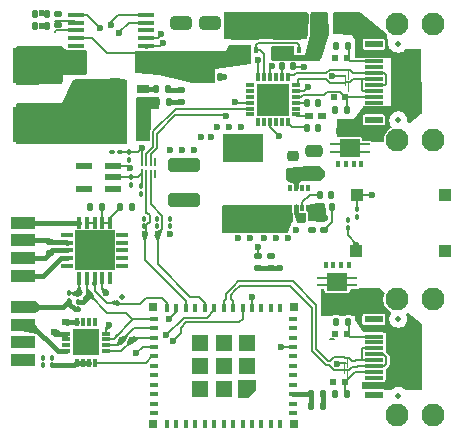
<source format=gbr>
G04 #@! TF.GenerationSoftware,KiCad,Pcbnew,9.0.2*
G04 #@! TF.CreationDate,2025-09-03T18:49:59+02:00*
G04 #@! TF.ProjectId,Afterburner_Nano,41667465-7262-4757-926e-65725f4e616e,rev?*
G04 #@! TF.SameCoordinates,Original*
G04 #@! TF.FileFunction,Copper,L1,Top*
G04 #@! TF.FilePolarity,Positive*
%FSLAX46Y46*%
G04 Gerber Fmt 4.6, Leading zero omitted, Abs format (unit mm)*
G04 Created by KiCad (PCBNEW 9.0.2) date 2025-09-03 18:49:59*
%MOMM*%
%LPD*%
G01*
G04 APERTURE LIST*
G04 Aperture macros list*
%AMRoundRect*
0 Rectangle with rounded corners*
0 $1 Rounding radius*
0 $2 $3 $4 $5 $6 $7 $8 $9 X,Y pos of 4 corners*
0 Add a 4 corners polygon primitive as box body*
4,1,4,$2,$3,$4,$5,$6,$7,$8,$9,$2,$3,0*
0 Add four circle primitives for the rounded corners*
1,1,$1+$1,$2,$3*
1,1,$1+$1,$4,$5*
1,1,$1+$1,$6,$7*
1,1,$1+$1,$8,$9*
0 Add four rect primitives between the rounded corners*
20,1,$1+$1,$2,$3,$4,$5,0*
20,1,$1+$1,$4,$5,$6,$7,0*
20,1,$1+$1,$6,$7,$8,$9,0*
20,1,$1+$1,$8,$9,$2,$3,0*%
%AMOutline5P*
0 Free polygon, 5 corners , with rotation*
0 The origin of the aperture is its center*
0 number of corners: always 5*
0 $1 to $10 corner X, Y*
0 $11 Rotation angle, in degrees counterclockwise*
0 create outline with 5 corners*
4,1,5,$1,$2,$3,$4,$5,$6,$7,$8,$9,$10,$1,$2,$11*%
%AMOutline6P*
0 Free polygon, 6 corners , with rotation*
0 The origin of the aperture is its center*
0 number of corners: always 6*
0 $1 to $12 corner X, Y*
0 $13 Rotation angle, in degrees counterclockwise*
0 create outline with 6 corners*
4,1,6,$1,$2,$3,$4,$5,$6,$7,$8,$9,$10,$11,$12,$1,$2,$13*%
%AMOutline7P*
0 Free polygon, 7 corners , with rotation*
0 The origin of the aperture is its center*
0 number of corners: always 7*
0 $1 to $14 corner X, Y*
0 $15 Rotation angle, in degrees counterclockwise*
0 create outline with 7 corners*
4,1,7,$1,$2,$3,$4,$5,$6,$7,$8,$9,$10,$11,$12,$13,$14,$1,$2,$15*%
%AMOutline8P*
0 Free polygon, 8 corners , with rotation*
0 The origin of the aperture is its center*
0 number of corners: always 8*
0 $1 to $16 corner X, Y*
0 $17 Rotation angle, in degrees counterclockwise*
0 create outline with 8 corners*
4,1,8,$1,$2,$3,$4,$5,$6,$7,$8,$9,$10,$11,$12,$13,$14,$15,$16,$1,$2,$17*%
%AMFreePoly0*
4,1,153,0.056581,0.104743,0.058810,0.104000,0.060000,0.104000,0.061581,0.103743,0.063810,0.103000,0.065000,0.103000,0.066581,0.102743,0.069581,0.101743,0.070236,0.101472,0.071920,0.100630,0.074581,0.099743,0.076536,0.098536,0.077964,0.097108,0.079236,0.096472,0.080536,0.095536,0.081964,0.094108,0.083236,0.093472,0.084536,0.092536,0.092536,0.084536,0.093472,0.083236,
0.094108,0.081964,0.095536,0.080536,0.096472,0.079236,0.097108,0.077964,0.098536,0.076536,0.099743,0.074581,0.100630,0.071920,0.101472,0.070236,0.101743,0.069581,0.102743,0.066581,0.103000,0.065000,0.103000,0.063810,0.103743,0.061581,0.104000,0.060000,0.104000,0.058810,0.104743,0.056581,0.105000,0.055000,0.105000,-0.055000,0.104743,-0.056581,0.104000,-0.058810,
0.104000,-0.060000,0.103743,-0.061581,0.103000,-0.063810,0.103000,-0.065000,0.102743,-0.066581,0.101743,-0.069581,0.101472,-0.070236,0.100630,-0.071920,0.099743,-0.074581,0.098536,-0.076536,0.097108,-0.077964,0.096472,-0.079236,0.095536,-0.080536,0.094108,-0.081964,0.093472,-0.083236,0.092536,-0.084536,0.084536,-0.092536,0.083236,-0.093472,0.081964,-0.094108,0.080536,-0.095536,
0.079236,-0.096472,0.077964,-0.097108,0.076536,-0.098536,0.074581,-0.099743,0.071920,-0.100630,0.070236,-0.101472,0.069581,-0.101743,0.066581,-0.102743,0.065000,-0.103000,0.063810,-0.103000,0.061581,-0.103743,0.060000,-0.104000,0.058810,-0.104000,0.056581,-0.104743,0.055000,-0.105000,-0.055000,-0.105000,-0.056581,-0.104743,-0.058810,-0.104000,-0.060000,-0.104000,-0.061581,-0.103743,
-0.063810,-0.103000,-0.065000,-0.103000,-0.066581,-0.102743,-0.069581,-0.101743,-0.070236,-0.101472,-0.071920,-0.100630,-0.074581,-0.099743,-0.076536,-0.098536,-0.077964,-0.097108,-0.079236,-0.096472,-0.080536,-0.095536,-0.081964,-0.094108,-0.083236,-0.093472,-0.084536,-0.092536,-0.092536,-0.084536,-0.093472,-0.083236,-0.094108,-0.081964,-0.095536,-0.080536,-0.096472,-0.079236,-0.097108,-0.077964,
-0.098536,-0.076536,-0.099743,-0.074581,-0.100630,-0.071920,-0.101472,-0.070236,-0.101743,-0.069581,-0.102743,-0.066581,-0.103000,-0.065000,-0.103000,-0.063810,-0.103743,-0.061581,-0.104000,-0.060000,-0.104000,-0.058810,-0.104743,-0.056581,-0.105000,-0.055000,-0.105000,0.055000,-0.104743,0.056581,-0.104000,0.058810,-0.104000,0.060000,-0.103743,0.061581,-0.103000,0.063810,-0.103000,0.065000,
-0.102743,0.066581,-0.101743,0.069581,-0.101472,0.070236,-0.100630,0.071920,-0.099743,0.074581,-0.098536,0.076536,-0.097108,0.077964,-0.096472,0.079236,-0.095536,0.080536,-0.094108,0.081964,-0.093472,0.083236,-0.092536,0.084536,-0.084536,0.092536,-0.083236,0.093472,-0.081964,0.094108,-0.080536,0.095536,-0.079236,0.096472,-0.077964,0.097108,-0.076536,0.098536,-0.074581,0.099743,
-0.071920,0.100630,-0.070236,0.101472,-0.069581,0.101743,-0.066581,0.102743,-0.065000,0.103000,-0.063810,0.103000,-0.061581,0.103743,-0.060000,0.104000,-0.058810,0.104000,-0.056581,0.104743,-0.055000,0.105000,0.055000,0.105000,0.056581,0.104743,0.056581,0.104743,$1*%
%AMFreePoly1*
4,1,5,0.500000,-0.500000,-0.500000,-0.500000,-0.500000,0.500000,0.500000,0.500000,0.500000,-0.500000,0.500000,-0.500000,$1*%
G04 Aperture macros list end*
G04 #@! TA.AperFunction,SMDPad,CuDef*
%ADD10RoundRect,0.135000X0.135000X0.185000X-0.135000X0.185000X-0.135000X-0.185000X0.135000X-0.185000X0*%
G04 #@! TD*
G04 #@! TA.AperFunction,SMDPad,CuDef*
%ADD11RoundRect,0.135000X-0.135000X-0.185000X0.135000X-0.185000X0.135000X0.185000X-0.135000X0.185000X0*%
G04 #@! TD*
G04 #@! TA.AperFunction,SMDPad,CuDef*
%ADD12R,1.550000X0.600000*%
G04 #@! TD*
G04 #@! TA.AperFunction,SMDPad,CuDef*
%ADD13R,1.550000X0.300000*%
G04 #@! TD*
G04 #@! TA.AperFunction,ComponentPad*
%ADD14C,1.950000*%
G04 #@! TD*
G04 #@! TA.AperFunction,ComponentPad*
%ADD15C,0.510000*%
G04 #@! TD*
G04 #@! TA.AperFunction,SMDPad,CuDef*
%ADD16RoundRect,0.135000X0.185000X-0.135000X0.185000X0.135000X-0.185000X0.135000X-0.185000X-0.135000X0*%
G04 #@! TD*
G04 #@! TA.AperFunction,SMDPad,CuDef*
%ADD17R,1.400000X0.600000*%
G04 #@! TD*
G04 #@! TA.AperFunction,SMDPad,CuDef*
%ADD18R,0.300000X0.800000*%
G04 #@! TD*
G04 #@! TA.AperFunction,SMDPad,CuDef*
%ADD19R,0.800000X0.300000*%
G04 #@! TD*
G04 #@! TA.AperFunction,SMDPad,CuDef*
%ADD20R,2.240000X2.240000*%
G04 #@! TD*
G04 #@! TA.AperFunction,SMDPad,CuDef*
%ADD21RoundRect,0.250000X-1.100000X0.325000X-1.100000X-0.325000X1.100000X-0.325000X1.100000X0.325000X0*%
G04 #@! TD*
G04 #@! TA.AperFunction,SMDPad,CuDef*
%ADD22R,0.190000X0.770000*%
G04 #@! TD*
G04 #@! TA.AperFunction,SMDPad,CuDef*
%ADD23R,0.190000X0.710000*%
G04 #@! TD*
G04 #@! TA.AperFunction,SMDPad,CuDef*
%ADD24R,0.600000X0.500000*%
G04 #@! TD*
G04 #@! TA.AperFunction,SMDPad,CuDef*
%ADD25RoundRect,0.100000X-0.100000X0.130000X-0.100000X-0.130000X0.100000X-0.130000X0.100000X0.130000X0*%
G04 #@! TD*
G04 #@! TA.AperFunction,SMDPad,CuDef*
%ADD26RoundRect,0.140000X-0.170000X0.140000X-0.170000X-0.140000X0.170000X-0.140000X0.170000X0.140000X0*%
G04 #@! TD*
G04 #@! TA.AperFunction,SMDPad,CuDef*
%ADD27R,1.000000X1.400000*%
G04 #@! TD*
G04 #@! TA.AperFunction,SMDPad,CuDef*
%ADD28R,3.500000X2.350000*%
G04 #@! TD*
G04 #@! TA.AperFunction,SMDPad,CuDef*
%ADD29RoundRect,0.140000X-0.140000X-0.170000X0.140000X-0.170000X0.140000X0.170000X-0.140000X0.170000X0*%
G04 #@! TD*
G04 #@! TA.AperFunction,SMDPad,CuDef*
%ADD30FreePoly0,0.000000*%
G04 #@! TD*
G04 #@! TA.AperFunction,SMDPad,CuDef*
%ADD31R,1.000000X0.750000*%
G04 #@! TD*
G04 #@! TA.AperFunction,SMDPad,CuDef*
%ADD32R,4.055000X4.560000*%
G04 #@! TD*
G04 #@! TA.AperFunction,SMDPad,CuDef*
%ADD33R,0.905000X0.495000*%
G04 #@! TD*
G04 #@! TA.AperFunction,SMDPad,CuDef*
%ADD34R,0.475000X0.750000*%
G04 #@! TD*
G04 #@! TA.AperFunction,SMDPad,CuDef*
%ADD35R,0.800000X0.400000*%
G04 #@! TD*
G04 #@! TA.AperFunction,SMDPad,CuDef*
%ADD36R,0.400000X0.800000*%
G04 #@! TD*
G04 #@! TA.AperFunction,HeatsinkPad*
%ADD37Outline5P,-0.725000X0.130500X-0.130500X0.725000X0.725000X0.725000X0.725000X-0.725000X-0.725000X-0.725000X180.000000*%
G04 #@! TD*
G04 #@! TA.AperFunction,HeatsinkPad*
%ADD38R,1.450000X1.450000*%
G04 #@! TD*
G04 #@! TA.AperFunction,SMDPad,CuDef*
%ADD39R,0.700000X0.700000*%
G04 #@! TD*
G04 #@! TA.AperFunction,ComponentPad*
%ADD40FreePoly1,0.000000*%
G04 #@! TD*
G04 #@! TA.AperFunction,SMDPad,CuDef*
%ADD41RoundRect,0.250000X0.650000X-0.325000X0.650000X0.325000X-0.650000X0.325000X-0.650000X-0.325000X0*%
G04 #@! TD*
G04 #@! TA.AperFunction,SMDPad,CuDef*
%ADD42R,0.310000X0.600000*%
G04 #@! TD*
G04 #@! TA.AperFunction,SMDPad,CuDef*
%ADD43R,1.750000X1.500000*%
G04 #@! TD*
G04 #@! TA.AperFunction,SMDPad,CuDef*
%ADD44R,0.825000X0.230000*%
G04 #@! TD*
G04 #@! TA.AperFunction,SMDPad,CuDef*
%ADD45RoundRect,0.135000X-0.185000X0.135000X-0.185000X-0.135000X0.185000X-0.135000X0.185000X0.135000X0*%
G04 #@! TD*
G04 #@! TA.AperFunction,SMDPad,CuDef*
%ADD46R,0.750000X0.600000*%
G04 #@! TD*
G04 #@! TA.AperFunction,SMDPad,CuDef*
%ADD47RoundRect,0.100000X0.100000X-0.130000X0.100000X0.130000X-0.100000X0.130000X-0.100000X-0.130000X0*%
G04 #@! TD*
G04 #@! TA.AperFunction,SMDPad,CuDef*
%ADD48RoundRect,0.140000X0.140000X0.170000X-0.140000X0.170000X-0.140000X-0.170000X0.140000X-0.170000X0*%
G04 #@! TD*
G04 #@! TA.AperFunction,SMDPad,CuDef*
%ADD49R,1.000000X1.000000*%
G04 #@! TD*
G04 #@! TA.AperFunction,ComponentPad*
%ADD50R,2.000000X1.000000*%
G04 #@! TD*
G04 #@! TA.AperFunction,SMDPad,CuDef*
%ADD51RoundRect,0.100000X-0.021213X-0.162635X0.162635X0.021213X0.021213X0.162635X-0.162635X-0.021213X0*%
G04 #@! TD*
G04 #@! TA.AperFunction,SMDPad,CuDef*
%ADD52R,1.475000X0.450000*%
G04 #@! TD*
G04 #@! TA.AperFunction,SMDPad,CuDef*
%ADD53RoundRect,0.250000X-0.475000X0.250000X-0.475000X-0.250000X0.475000X-0.250000X0.475000X0.250000X0*%
G04 #@! TD*
G04 #@! TA.AperFunction,SMDPad,CuDef*
%ADD54R,0.350000X1.000000*%
G04 #@! TD*
G04 #@! TA.AperFunction,SMDPad,CuDef*
%ADD55R,1.000000X0.350000*%
G04 #@! TD*
G04 #@! TA.AperFunction,SMDPad,CuDef*
%ADD56R,3.350000X3.350000*%
G04 #@! TD*
G04 #@! TA.AperFunction,SMDPad,CuDef*
%ADD57RoundRect,0.225000X-0.250000X0.225000X-0.250000X-0.225000X0.250000X-0.225000X0.250000X0.225000X0*%
G04 #@! TD*
G04 #@! TA.AperFunction,SMDPad,CuDef*
%ADD58R,0.350000X0.500000*%
G04 #@! TD*
G04 #@! TA.AperFunction,SMDPad,CuDef*
%ADD59R,0.380000X0.430000*%
G04 #@! TD*
G04 #@! TA.AperFunction,SMDPad,CuDef*
%ADD60R,0.400000X0.300000*%
G04 #@! TD*
G04 #@! TA.AperFunction,SMDPad,CuDef*
%ADD61R,2.450000X1.980000*%
G04 #@! TD*
G04 #@! TA.AperFunction,SMDPad,CuDef*
%ADD62R,0.300000X0.475000*%
G04 #@! TD*
G04 #@! TA.AperFunction,SMDPad,CuDef*
%ADD63R,0.750000X0.300000*%
G04 #@! TD*
G04 #@! TA.AperFunction,SMDPad,CuDef*
%ADD64R,0.300000X0.750000*%
G04 #@! TD*
G04 #@! TA.AperFunction,SMDPad,CuDef*
%ADD65R,2.700000X2.700000*%
G04 #@! TD*
G04 #@! TA.AperFunction,SMDPad,CuDef*
%ADD66RoundRect,0.100000X0.130000X0.100000X-0.130000X0.100000X-0.130000X-0.100000X0.130000X-0.100000X0*%
G04 #@! TD*
G04 #@! TA.AperFunction,ViaPad*
%ADD67C,0.600000*%
G04 #@! TD*
G04 #@! TA.AperFunction,Conductor*
%ADD68C,0.150000*%
G04 #@! TD*
G04 #@! TA.AperFunction,Conductor*
%ADD69C,0.200000*%
G04 #@! TD*
G04 #@! TA.AperFunction,Conductor*
%ADD70C,0.400000*%
G04 #@! TD*
G04 APERTURE END LIST*
D10*
X185070000Y-34980000D03*
X184050000Y-34980000D03*
D11*
X181560000Y-34980000D03*
X182580000Y-34980000D03*
D12*
X205576000Y-27600000D03*
X205576000Y-26800000D03*
D13*
X205576000Y-25650000D03*
X205576000Y-24650000D03*
X205576000Y-24150000D03*
X205576000Y-23150000D03*
D12*
X205576000Y-22000000D03*
X205576000Y-21200000D03*
D13*
X205576000Y-22650000D03*
X205576000Y-23650000D03*
X205576000Y-25150000D03*
X205576000Y-26150000D03*
D14*
X207550000Y-29295000D03*
X210550000Y-29295000D03*
X210550000Y-19505000D03*
X207550000Y-19505000D03*
D15*
X207650000Y-27650000D03*
X207650000Y-21150000D03*
D12*
X205576000Y-50905000D03*
X205576000Y-50105000D03*
D13*
X205576000Y-48955000D03*
X205576000Y-47955000D03*
X205576000Y-47455000D03*
X205576000Y-46455000D03*
D12*
X205576000Y-45305000D03*
X205576000Y-44505000D03*
D13*
X205576000Y-45955000D03*
X205576000Y-46955000D03*
X205576000Y-48455000D03*
X205576000Y-49455000D03*
D14*
X207550000Y-52600000D03*
X210550000Y-52600000D03*
X210550000Y-42810000D03*
X207550000Y-42810000D03*
D15*
X207650000Y-50955000D03*
X207650000Y-44455000D03*
D16*
X201360000Y-36910000D03*
X201360000Y-35890000D03*
D17*
X183490000Y-33420000D03*
X183490000Y-32470000D03*
X183490000Y-31520000D03*
X180990000Y-31520000D03*
X180990000Y-33420000D03*
D18*
X181950000Y-44750000D03*
X181450000Y-44750000D03*
X180950000Y-44750000D03*
X180450000Y-44750000D03*
D19*
X179500000Y-45700000D03*
X179500000Y-46200000D03*
X179500000Y-46700000D03*
X179500000Y-47200000D03*
D18*
X180450000Y-48150000D03*
X180950000Y-48150000D03*
X181450000Y-48150000D03*
X181950000Y-48150000D03*
D19*
X182900000Y-47200000D03*
X182900000Y-46700000D03*
X182900000Y-46200000D03*
X182900000Y-45700000D03*
D20*
X181200000Y-46450000D03*
D21*
X189470000Y-31460000D03*
X189470000Y-34410000D03*
D22*
X185960000Y-32120000D03*
D23*
X186310000Y-32150000D03*
X186660000Y-32150000D03*
X187010000Y-32150000D03*
X187010000Y-31160000D03*
X186660000Y-31160000D03*
X186310000Y-31160000D03*
X185960000Y-31160000D03*
D10*
X202010000Y-34950000D03*
X200990000Y-34950000D03*
D24*
X203168500Y-25695000D03*
X202168500Y-25695000D03*
D25*
X179770000Y-42300000D03*
X179770000Y-42940000D03*
D24*
X203152500Y-49790000D03*
X202152500Y-49790000D03*
D26*
X178120000Y-37925000D03*
X178120000Y-38885000D03*
D25*
X185830000Y-33210000D03*
X185830000Y-33850000D03*
D27*
X202850000Y-19400000D03*
X200950000Y-19400000D03*
D28*
X194470000Y-36006000D03*
X194470000Y-29956000D03*
D25*
X180520000Y-43020000D03*
X180520000Y-43660000D03*
D29*
X199920000Y-26150000D03*
X200880000Y-26150000D03*
D10*
X177890000Y-18670000D03*
X176870000Y-18670000D03*
D30*
X203118500Y-23895000D03*
X203368500Y-24395000D03*
X203368500Y-23395000D03*
D29*
X197772204Y-23073559D03*
X198732204Y-23073559D03*
D31*
X185987000Y-28785000D03*
X185987000Y-27515000D03*
X185987000Y-26245000D03*
X185987000Y-24975000D03*
D32*
X182495000Y-26880000D03*
D33*
X183645000Y-24353000D03*
X183645000Y-29407000D03*
D34*
X180230000Y-24975000D03*
X180230000Y-28785000D03*
D35*
X198750000Y-52440000D03*
X198750000Y-51640000D03*
X198750000Y-50840000D03*
X198750000Y-50040000D03*
X198750000Y-49240000D03*
X198750000Y-48440000D03*
X198750000Y-47640000D03*
X198750000Y-46840000D03*
X198750000Y-46040000D03*
X198750000Y-45240000D03*
X198750000Y-44440000D03*
D36*
X197650000Y-43540000D03*
X196850000Y-43540000D03*
X196050000Y-43540000D03*
X195250000Y-43540000D03*
X194450000Y-43540000D03*
X193650000Y-43540000D03*
X192850000Y-43540000D03*
X192050000Y-43540000D03*
X191250000Y-43540000D03*
X190450000Y-43540000D03*
X189650000Y-43540000D03*
X188850000Y-43540000D03*
X188050000Y-43540000D03*
D35*
X186950000Y-44440000D03*
X186950000Y-45240000D03*
X186950000Y-46040000D03*
X186950000Y-46840000D03*
X186950000Y-47640000D03*
X186950000Y-48440000D03*
X186950000Y-49240000D03*
X186950000Y-50040000D03*
X186950000Y-50840000D03*
X186950000Y-51640000D03*
X186950000Y-52440000D03*
D36*
X188050000Y-53340000D03*
X188850000Y-53340000D03*
X189650000Y-53340000D03*
X190450000Y-53340000D03*
X191250000Y-53340000D03*
X192050000Y-53340000D03*
X192850000Y-53340000D03*
X193650000Y-53340000D03*
X194450000Y-53340000D03*
X195250000Y-53340000D03*
X196050000Y-53340000D03*
X196850000Y-53340000D03*
X197650000Y-53340000D03*
D37*
X194825000Y-50415000D03*
D38*
X194825000Y-48440000D03*
X194825000Y-46465000D03*
X192850000Y-50415000D03*
X192850000Y-48440000D03*
X192850000Y-46465000D03*
X190875000Y-50415000D03*
X190875000Y-48440000D03*
X190875000Y-46465000D03*
D39*
X186900000Y-53390000D03*
X186900000Y-43490000D03*
X198800000Y-43490000D03*
X198800000Y-53390000D03*
D40*
X175500000Y-27000000D03*
X175500000Y-28000000D03*
X175500000Y-29000000D03*
X176500000Y-27000000D03*
X176500000Y-28000000D03*
X176500000Y-29000000D03*
X177500000Y-27000000D03*
X177500000Y-28000000D03*
X177500000Y-29000000D03*
X178500000Y-27000000D03*
X178500000Y-28000000D03*
X178500000Y-29000000D03*
X175500000Y-22000000D03*
X175500000Y-23000000D03*
X175500000Y-24000000D03*
X176500000Y-22000000D03*
X176500000Y-23000000D03*
X176500000Y-24000000D03*
X177500000Y-22000000D03*
X177500000Y-23000000D03*
X177500000Y-24000000D03*
X178500000Y-22000000D03*
X178500000Y-23000000D03*
X178500000Y-24000000D03*
D41*
X189200000Y-22350000D03*
X189200000Y-19400000D03*
D42*
X201486000Y-42695000D03*
X202136000Y-42695000D03*
X202786000Y-42695000D03*
X203436000Y-42695000D03*
X203436000Y-39895000D03*
X202786000Y-39895000D03*
X202136000Y-39895000D03*
X201486000Y-39895000D03*
D43*
X202461000Y-41295000D03*
D44*
X203750000Y-41620000D03*
X203750000Y-40970000D03*
X201172000Y-40970000D03*
X201172000Y-41620000D03*
D45*
X200350000Y-35900000D03*
X200350000Y-36920000D03*
D24*
X203268500Y-22395000D03*
X202268500Y-22395000D03*
D46*
X200100000Y-27260000D03*
X201200000Y-27260000D03*
D42*
X204520000Y-28570000D03*
X203870000Y-28570000D03*
X203220000Y-28570000D03*
X202570000Y-28570000D03*
X202570000Y-31370000D03*
X203220000Y-31370000D03*
X203870000Y-31370000D03*
X204520000Y-31370000D03*
D43*
X203545000Y-29970000D03*
D44*
X202256000Y-29645000D03*
X202256000Y-30295000D03*
X204834000Y-30295000D03*
X204834000Y-29645000D03*
D47*
X178360000Y-48390000D03*
X178360000Y-47750000D03*
D29*
X199900000Y-28330000D03*
X200860000Y-28330000D03*
D48*
X199250000Y-35920000D03*
X198290000Y-35920000D03*
D47*
X177580000Y-48390000D03*
X177580000Y-47750000D03*
D25*
X185050000Y-32475000D03*
X185050000Y-33115000D03*
D10*
X203400000Y-44680000D03*
X202380000Y-44680000D03*
D25*
X184840000Y-30355000D03*
X184840000Y-30995000D03*
D49*
X211600000Y-38680000D03*
X204100000Y-38680000D03*
D50*
X175850000Y-43450000D03*
X175850000Y-44950000D03*
X175850000Y-46450000D03*
X175850000Y-47950000D03*
D10*
X203281032Y-50810391D03*
X202261032Y-50810391D03*
D24*
X203268500Y-45700000D03*
X202268500Y-45700000D03*
D51*
X183783726Y-43096274D03*
X184236274Y-42643726D03*
D16*
X196840000Y-40190000D03*
X196840000Y-39170000D03*
D47*
X187240000Y-36620000D03*
X187240000Y-35980000D03*
D26*
X178840000Y-18630000D03*
X178840000Y-19590000D03*
D52*
X186238000Y-23275000D03*
X186238000Y-22625000D03*
X186238000Y-21975000D03*
X186238000Y-21325000D03*
X186238000Y-20675000D03*
X186238000Y-20025000D03*
X186238000Y-19375000D03*
X186238000Y-18725000D03*
X180362000Y-18725000D03*
X180362000Y-19375000D03*
X180362000Y-20025000D03*
X180362000Y-20675000D03*
X180362000Y-21325000D03*
X180362000Y-21975000D03*
X180362000Y-22625000D03*
X180362000Y-23275000D03*
D47*
X186150000Y-36610000D03*
X186150000Y-35970000D03*
D53*
X200520000Y-30270000D03*
X200520000Y-32170000D03*
D50*
X175850000Y-36300000D03*
X175850000Y-37800000D03*
X175850000Y-39300000D03*
X175850000Y-40800000D03*
D25*
X203340000Y-36090000D03*
X203340000Y-36730000D03*
D54*
X183220000Y-36300000D03*
X182570000Y-36300000D03*
X181920000Y-36300000D03*
X181270000Y-36300000D03*
X180620000Y-36300000D03*
D55*
X179570000Y-37350000D03*
X179570000Y-38000000D03*
X179570000Y-38650000D03*
X179570000Y-39300000D03*
X179570000Y-39950000D03*
D54*
X180620000Y-41000000D03*
X181270000Y-41000000D03*
X181920000Y-41000000D03*
X182570000Y-41000000D03*
X183220000Y-41000000D03*
D55*
X184270000Y-39950000D03*
X184270000Y-39300000D03*
X184270000Y-38650000D03*
X184270000Y-38000000D03*
X184270000Y-37350000D03*
D56*
X181920000Y-38650000D03*
D47*
X188330000Y-36610000D03*
X188330000Y-35970000D03*
D10*
X188190000Y-26130000D03*
X187170000Y-26130000D03*
X203400000Y-21320000D03*
X202380000Y-21320000D03*
D45*
X189230000Y-25060000D03*
X189230000Y-26080000D03*
D10*
X177890000Y-19690000D03*
X176870000Y-19690000D03*
D57*
X198750000Y-30660000D03*
X198750000Y-32210000D03*
D29*
X200265000Y-51870000D03*
X201225000Y-51870000D03*
D45*
X195760000Y-39170000D03*
X195760000Y-40190000D03*
D58*
X193650000Y-21660000D03*
X194300000Y-21660000D03*
X194950000Y-21660000D03*
X195600000Y-21660000D03*
D59*
X193210000Y-20260000D03*
D60*
X193650000Y-18760000D03*
X194300000Y-18760000D03*
D61*
X194625000Y-19900000D03*
D60*
X194950000Y-18760000D03*
X195600000Y-18760000D03*
D59*
X196040000Y-20260000D03*
D47*
X204110000Y-35800000D03*
X204110000Y-35160000D03*
D62*
X200010000Y-33360000D03*
X199510000Y-33360000D03*
X199010000Y-33360000D03*
X198510000Y-33360000D03*
X198510000Y-35036000D03*
X199010000Y-35036000D03*
X199510000Y-35036000D03*
X200010000Y-35036000D03*
D41*
X191700000Y-22350000D03*
X191700000Y-19400000D03*
D30*
X203010000Y-48270000D03*
X203260000Y-48770000D03*
X203260000Y-47770000D03*
D58*
X197250000Y-21660000D03*
X197900000Y-21660000D03*
X198550000Y-21660000D03*
X199200000Y-21660000D03*
D59*
X196810000Y-20260000D03*
D60*
X197250000Y-18760000D03*
X197900000Y-18760000D03*
D61*
X198225000Y-19900000D03*
D60*
X198550000Y-18760000D03*
X199200000Y-18760000D03*
D59*
X199640000Y-20260000D03*
D29*
X200270000Y-50840000D03*
X201230000Y-50840000D03*
D49*
X211620000Y-33970000D03*
X204120000Y-33970000D03*
D63*
X195100000Y-24650001D03*
X195100000Y-25150000D03*
X195100000Y-25650001D03*
X195100000Y-26150001D03*
X195100000Y-26650002D03*
X195100000Y-27150001D03*
D64*
X195775000Y-27825001D03*
X196274999Y-27825001D03*
X196775000Y-27825001D03*
X197275000Y-27825001D03*
X197775001Y-27825001D03*
X198275000Y-27825001D03*
D63*
X198950000Y-27150001D03*
X198950000Y-26650002D03*
X198950000Y-26150001D03*
X198950000Y-25650001D03*
X198950000Y-25150000D03*
X198950000Y-24650001D03*
D64*
X198275000Y-23975001D03*
X197775001Y-23975001D03*
X197275000Y-23975001D03*
X196775000Y-23975001D03*
X196274999Y-23975001D03*
X195775000Y-23975001D03*
D65*
X197025000Y-25900001D03*
D10*
X188180000Y-25030000D03*
X187160000Y-25030000D03*
D66*
X184060000Y-30320000D03*
X183420000Y-30320000D03*
D29*
X191570000Y-24000000D03*
X192530000Y-24000000D03*
D10*
X203300963Y-26766141D03*
X202280963Y-26766141D03*
D29*
X201000000Y-33960000D03*
X201960000Y-33960000D03*
D67*
X202068500Y-23895000D03*
X201960000Y-33960000D03*
X196290000Y-37620000D03*
X205594500Y-44505000D03*
X199020000Y-36890000D03*
X192330000Y-28170000D03*
X195060000Y-37620000D03*
X202410000Y-48270000D03*
X200350000Y-36920000D03*
X205594500Y-21200000D03*
X188350000Y-30150000D03*
X193330000Y-28170000D03*
X198300000Y-37620000D03*
X194330000Y-28170000D03*
X205594500Y-27600000D03*
X197300000Y-37620000D03*
X192330000Y-28180000D03*
X190350000Y-30150000D03*
X189350000Y-30150000D03*
X205594500Y-50905000D03*
X199650000Y-23100000D03*
X190920000Y-29050000D03*
X194060000Y-37620000D03*
X191800000Y-29020000D03*
X204090000Y-38180000D03*
X188245000Y-44505000D03*
X185080000Y-46240000D03*
X182918902Y-42300000D03*
X180620000Y-42300000D03*
X184260000Y-46250000D03*
X181515000Y-42425000D03*
X204120000Y-33970000D03*
X205400000Y-33950000D03*
X197733847Y-46827998D03*
X185960000Y-29970000D03*
X197780000Y-23040000D03*
X197550000Y-29010000D03*
X195750000Y-38390000D03*
X203268500Y-22395000D03*
X200000000Y-24800000D03*
X197250000Y-21750000D03*
X195749999Y-22500000D03*
X193800000Y-26125002D03*
X193040000Y-27250000D03*
X192900000Y-23950000D03*
X196950000Y-23050000D03*
X177440000Y-19630000D03*
X187566731Y-20358600D03*
X187680000Y-21100000D03*
X177450000Y-18600000D03*
X188590002Y-46290002D03*
X184900000Y-31680000D03*
X178450000Y-45550000D03*
X179450000Y-44750000D03*
X183170000Y-44940000D03*
X185470000Y-47370000D03*
X183350000Y-19590000D03*
X187260000Y-37290000D03*
X186160000Y-37260000D03*
X182360000Y-19810000D03*
X187990000Y-45840000D03*
X184020000Y-20250000D03*
X188340000Y-37280000D03*
X197600000Y-40190000D03*
X195230000Y-42640000D03*
D68*
X202010000Y-36260000D02*
X202010000Y-34950000D01*
X201360000Y-36910000D02*
X202010000Y-36260000D01*
D69*
X180362000Y-20025000D02*
X178685000Y-20025000D01*
D68*
X198758645Y-23100000D02*
X198732204Y-23073559D01*
D70*
X201225000Y-51870000D02*
X201225000Y-50717500D01*
D68*
X202575000Y-48185000D02*
X203175000Y-48185000D01*
X199650000Y-23100000D02*
X198758645Y-23100000D01*
D69*
X203118500Y-23895000D02*
X202068500Y-23895000D01*
X178685000Y-20025000D02*
X178540000Y-20170000D01*
X199510000Y-34598500D02*
X199510000Y-35036000D01*
X201000000Y-33960000D02*
X200148500Y-33960000D01*
X200148500Y-33960000D02*
X199510000Y-34598500D01*
D68*
X188850000Y-43900000D02*
X188850000Y-43540000D01*
X203340000Y-36730000D02*
X203340000Y-37390000D01*
X203340000Y-37390000D02*
X204140000Y-38190000D01*
X188245000Y-44505000D02*
X188850000Y-43900000D01*
X181665000Y-20675000D02*
X180362000Y-20675000D01*
X186238000Y-21975000D02*
X182965000Y-21975000D01*
X182965000Y-21975000D02*
X181665000Y-20675000D01*
D70*
X178120000Y-37925000D02*
X179495000Y-37925000D01*
X177995000Y-37800000D02*
X178120000Y-37925000D01*
X176350000Y-37800000D02*
X177995000Y-37800000D01*
X179495000Y-37925000D02*
X179570000Y-38000000D01*
X177705000Y-39300000D02*
X178120000Y-38885000D01*
X179570000Y-38650000D02*
X178355000Y-38650000D01*
X178355000Y-38650000D02*
X178120000Y-38885000D01*
X176350000Y-39300000D02*
X177705000Y-39300000D01*
D68*
X181920000Y-36300000D02*
X181270000Y-36300000D01*
D70*
X176350000Y-36300000D02*
X180620000Y-36300000D01*
X177544000Y-40800000D02*
X179044000Y-39300000D01*
X176350000Y-40800000D02*
X177544000Y-40800000D01*
X179044000Y-39300000D02*
X179570000Y-39300000D01*
D69*
X180197000Y-19210000D02*
X180362000Y-19375000D01*
D70*
X180450000Y-48150000D02*
X181450000Y-48150000D01*
X200270000Y-50840000D02*
X198750000Y-50840000D01*
X175850000Y-43450000D02*
X175860000Y-43460000D01*
D68*
X185050000Y-32475000D02*
X183495000Y-32475000D01*
D69*
X178540000Y-19210000D02*
X180197000Y-19210000D01*
D68*
X176490000Y-43640000D02*
X176350000Y-43500000D01*
X185605000Y-32475000D02*
X185960000Y-32120000D01*
D70*
X178360000Y-48390000D02*
X180210000Y-48390000D01*
X200265000Y-50845000D02*
X200270000Y-50840000D01*
X179770000Y-43169999D02*
X180260001Y-43660000D01*
D68*
X185050000Y-32475000D02*
X185605000Y-32475000D01*
D70*
X200265000Y-51870000D02*
X200265000Y-50845000D01*
X179250000Y-43460000D02*
X179770000Y-42940000D01*
X179770000Y-42940000D02*
X179770000Y-43169999D01*
X180260001Y-43660000D02*
X180520000Y-43660000D01*
X175860000Y-43460000D02*
X179250000Y-43460000D01*
D68*
X183495000Y-32475000D02*
X183490000Y-32470000D01*
D70*
X180210000Y-48390000D02*
X180450000Y-48150000D01*
D68*
X185960000Y-32120000D02*
X185960000Y-33080000D01*
X185960000Y-33080000D02*
X185830000Y-33210000D01*
X185080000Y-46320000D02*
X184200000Y-47200000D01*
X182570000Y-41951098D02*
X182918902Y-42300000D01*
X184200000Y-47200000D02*
X182900000Y-47200000D01*
X185280000Y-46040000D02*
X185080000Y-46240000D01*
X186950000Y-46040000D02*
X185280000Y-46040000D01*
X182570000Y-41000000D02*
X182570000Y-41951098D01*
X185080000Y-46240000D02*
X185080000Y-46320000D01*
X180620000Y-42300000D02*
X180620000Y-41000000D01*
D69*
X179770000Y-42300000D02*
X180620000Y-42300000D01*
D68*
X182900000Y-46700000D02*
X183800000Y-46700000D01*
X186950000Y-45240000D02*
X185270000Y-45240000D01*
X183800000Y-46700000D02*
X184240000Y-46260000D01*
X185270000Y-45240000D02*
X184260000Y-46250000D01*
X181515000Y-42425000D02*
X181511301Y-42425000D01*
X186950000Y-44440000D02*
X185210000Y-44440000D01*
X181270000Y-42183699D02*
X181270000Y-41000000D01*
X181515000Y-42425000D02*
X181396301Y-42543699D01*
X185130000Y-44440000D02*
X184610000Y-43920000D01*
X186950000Y-44440000D02*
X185130000Y-44440000D01*
D70*
X180520000Y-43020000D02*
X180920000Y-43020000D01*
D68*
X184610000Y-43920000D02*
X183010000Y-43920000D01*
X181511301Y-42425000D02*
X181270000Y-42183699D01*
X183530000Y-46120000D02*
X183450000Y-46200000D01*
X183800000Y-45850000D02*
X183530000Y-46120000D01*
D70*
X180920000Y-43020000D02*
X181515000Y-42425000D01*
D68*
X181396301Y-42543699D02*
X181386301Y-42543699D01*
X181271591Y-41001591D02*
X181270000Y-41000000D01*
X185210000Y-44440000D02*
X183530000Y-46120000D01*
X183010000Y-43920000D02*
X181515000Y-42425000D01*
X183450000Y-46200000D02*
X182900000Y-46200000D01*
X205380000Y-33970000D02*
X204120000Y-33970000D01*
X204110000Y-33980000D02*
X204120000Y-33970000D01*
X204110000Y-35160000D02*
X204110000Y-33980000D01*
X205400000Y-33950000D02*
X205380000Y-33970000D01*
X198750000Y-46840000D02*
X197745849Y-46840000D01*
X197745849Y-46840000D02*
X197733847Y-46827998D01*
X197775001Y-23975001D02*
X197775001Y-23076356D01*
X185960000Y-31160000D02*
X185960000Y-29970000D01*
X185265000Y-30355000D02*
X184840000Y-30355000D01*
X185580000Y-30350000D02*
X185270000Y-30350000D01*
X185960000Y-29970000D02*
X185580000Y-30350000D01*
X184805000Y-30320000D02*
X184840000Y-30355000D01*
X197775001Y-23076356D02*
X197772204Y-23073559D01*
X184060000Y-30320000D02*
X184805000Y-30320000D01*
X185270000Y-30350000D02*
X185265000Y-30355000D01*
X198277683Y-27827684D02*
X198275000Y-27825001D01*
D69*
X198659999Y-28210000D02*
X198275000Y-27825001D01*
X199820000Y-28210000D02*
X198659999Y-28210000D01*
D68*
X199920000Y-26150000D02*
X198950000Y-26150001D01*
X195760000Y-39170000D02*
X195760000Y-38400000D01*
X196775000Y-28235000D02*
X196775000Y-27825001D01*
X195760000Y-38400000D02*
X195750000Y-38390000D01*
X197550000Y-29010000D02*
X196775000Y-28235000D01*
X200100000Y-27260000D02*
X199059999Y-27260000D01*
X199059999Y-27260000D02*
X198950000Y-27150001D01*
D69*
X203451500Y-22212000D02*
X203451500Y-21400000D01*
D68*
X199650000Y-25150000D02*
X200000000Y-24800000D01*
D69*
X203268500Y-22395000D02*
X203451500Y-22212000D01*
X203523500Y-22650000D02*
X205594500Y-22650000D01*
D68*
X198950000Y-25150000D02*
X199650000Y-25150000D01*
D69*
X203268500Y-22395000D02*
X203523500Y-22650000D01*
D68*
X195749999Y-23200000D02*
X195775000Y-23225001D01*
X195775000Y-23225001D02*
X195775000Y-23975001D01*
X195749999Y-22500000D02*
X195749999Y-23200000D01*
X192400000Y-27230000D02*
X188750000Y-27230000D01*
X192400000Y-27230000D02*
X193020000Y-27230000D01*
X193800000Y-26125002D02*
X193824999Y-26150001D01*
X193824999Y-26150001D02*
X195100000Y-26150001D01*
X193020000Y-27230000D02*
X193040000Y-27250000D01*
X188750000Y-27230000D02*
X187180000Y-28800000D01*
X186660000Y-30535584D02*
X186660000Y-31160000D01*
X187180000Y-28800000D02*
X187180000Y-30015584D01*
X187180000Y-30015584D02*
X186660000Y-30535584D01*
X196775000Y-23225000D02*
X196950000Y-23050000D01*
X196775000Y-23975001D02*
X196775000Y-23225000D01*
X199077588Y-21137588D02*
X199200000Y-21260000D01*
X199200000Y-21260000D02*
X199200000Y-21660000D01*
X196274999Y-23975001D02*
X196274999Y-22009999D01*
X196274999Y-22009999D02*
X195925000Y-21660000D01*
X195600000Y-21660000D02*
X195600000Y-21300000D01*
X195600000Y-21300000D02*
X195762412Y-21137588D01*
X195925000Y-21660000D02*
X195600000Y-21660000D01*
X195762412Y-21137588D02*
X199077588Y-21137588D01*
X186310000Y-31160000D02*
X186310000Y-30459906D01*
X186850000Y-28580000D02*
X188779998Y-26650002D01*
X186850000Y-29919906D02*
X186850000Y-28580000D01*
X188779998Y-26650002D02*
X195100000Y-26650002D01*
X186310000Y-30459906D02*
X186850000Y-29919906D01*
X202692500Y-25219000D02*
X203168500Y-25695000D01*
X198950000Y-25650001D02*
X199400000Y-25650001D01*
X201642500Y-25219000D02*
X202692500Y-25219000D01*
X199400000Y-25650001D02*
X199550001Y-25500000D01*
D69*
X203306500Y-26700000D02*
X203306500Y-25833000D01*
D68*
X201361500Y-25500000D02*
X201642500Y-25219000D01*
D69*
X203306500Y-25833000D02*
X203168500Y-25695000D01*
D68*
X199550001Y-25500000D02*
X201361500Y-25500000D01*
D69*
X205549500Y-25695000D02*
X205594500Y-25650000D01*
X203031500Y-25832000D02*
X203168500Y-25695000D01*
X203168500Y-25695000D02*
X205549500Y-25695000D01*
X201517500Y-23670000D02*
X201517500Y-23666768D01*
X206423500Y-23650000D02*
X205594500Y-23650000D01*
X203144999Y-23344000D02*
X203195999Y-23395000D01*
X206620500Y-24551000D02*
X206620500Y-23847000D01*
X206620500Y-23847000D02*
X206423500Y-23650000D01*
X204431999Y-23650000D02*
X204411999Y-23670000D01*
X204411999Y-23670000D02*
X203816001Y-23670000D01*
X203541001Y-23395000D02*
X203368500Y-23395000D01*
X198790901Y-23815902D02*
X198936803Y-23670000D01*
X205594500Y-23650000D02*
X204431999Y-23650000D01*
X201517500Y-23666768D02*
X201840268Y-23344000D01*
X206521500Y-24650000D02*
X206620500Y-24551000D01*
X198936803Y-23670000D02*
X201517500Y-23670000D01*
X203195999Y-23395000D02*
X203368500Y-23395000D01*
X198434099Y-23815902D02*
X198790901Y-23815902D01*
X205594500Y-24650000D02*
X206521500Y-24650000D01*
X198275000Y-23975001D02*
X198434099Y-23815902D01*
X203816001Y-23670000D02*
X203541001Y-23395000D01*
X201840268Y-23344000D02*
X203144999Y-23344000D01*
X203541001Y-24395000D02*
X203368500Y-24395000D01*
X204568500Y-25051000D02*
X204568500Y-24201000D01*
X204667500Y-25150000D02*
X204568500Y-25051000D01*
X201840268Y-24446000D02*
X203144999Y-24446000D01*
X201517500Y-24120000D02*
X201517500Y-24123232D01*
X205594500Y-25150000D02*
X204667500Y-25150000D01*
X199123199Y-24120000D02*
X201517500Y-24120000D01*
X198950000Y-24650001D02*
X199109099Y-24490902D01*
X205594500Y-24150000D02*
X204431999Y-24150000D01*
X204431999Y-24150000D02*
X204401999Y-24120000D01*
X204401999Y-24120000D02*
X203816001Y-24120000D01*
X203816001Y-24120000D02*
X203541001Y-24395000D01*
X203144999Y-24446000D02*
X203195999Y-24395000D01*
X199109099Y-24490902D02*
X199109099Y-24134100D01*
X204568500Y-24201000D02*
X204619500Y-24150000D01*
X201517500Y-24123232D02*
X201840268Y-24446000D01*
X203195999Y-24395000D02*
X203368500Y-24395000D01*
X199109099Y-24134100D02*
X199123199Y-24120000D01*
X204619500Y-24150000D02*
X205594500Y-24150000D01*
X200354000Y-47192190D02*
X201557810Y-48396000D01*
X197829000Y-41641000D02*
X197830000Y-41640000D01*
X205576000Y-48455000D02*
X204413499Y-48455000D01*
X204388499Y-48430000D02*
X204170000Y-48430000D01*
X206602000Y-47692000D02*
X206602000Y-48242000D01*
X198430000Y-41640000D02*
X200354000Y-43564000D01*
X202172501Y-46200000D02*
X202000000Y-46200000D01*
X202181768Y-48821000D02*
X203036499Y-48821000D01*
X205576000Y-47455000D02*
X206365000Y-47455000D01*
X204413499Y-48455000D02*
X204388499Y-48430000D01*
X197830000Y-41640000D02*
X198430000Y-41640000D01*
X204105000Y-48495000D02*
X203707501Y-48495000D01*
X201756768Y-48396000D02*
X202181768Y-48821000D01*
X195853414Y-41641000D02*
X196313529Y-41641000D01*
X201557810Y-48396000D02*
X201756768Y-48396000D01*
X206365000Y-47455000D02*
X206602000Y-47692000D01*
X193475000Y-42415000D02*
X193850000Y-42040000D01*
X204170000Y-48430000D02*
X204105000Y-48495000D01*
X201827499Y-46200000D02*
X202000000Y-46200000D01*
X196313529Y-41641000D02*
X196414529Y-41641000D01*
X203707501Y-48495000D02*
X203432501Y-48770000D01*
X193850000Y-42040000D02*
X193856389Y-42040000D01*
X206602000Y-48242000D02*
X206389000Y-48455000D01*
X193650000Y-43540000D02*
X193650000Y-42939999D01*
X196796088Y-41641000D02*
X197829000Y-41641000D01*
X203036499Y-48821000D02*
X203087499Y-48770000D01*
X203087499Y-48770000D02*
X203260000Y-48770000D01*
X194255388Y-41641000D02*
X195853414Y-41641000D01*
X203432501Y-48770000D02*
X203260000Y-48770000D01*
X196414529Y-41641000D02*
X196796088Y-41641000D01*
X200354000Y-43564000D02*
X200354000Y-47192190D01*
X206389000Y-48455000D02*
X205576000Y-48455000D01*
X193856389Y-42040000D02*
X194255388Y-41641000D01*
X193475000Y-42764999D02*
X193475000Y-42415000D01*
X193650000Y-42939999D02*
X193475000Y-42764999D01*
X194110000Y-41290000D02*
X198690000Y-41290000D01*
X193711000Y-41689000D02*
X194110000Y-41290000D01*
X203036499Y-47719000D02*
X203087499Y-47770000D01*
X201703198Y-48045000D02*
X201855768Y-48045000D01*
X202181768Y-47719000D02*
X203036499Y-47719000D01*
X203087499Y-47770000D02*
X203260000Y-47770000D01*
X205576000Y-47955000D02*
X204413499Y-47955000D01*
X203432501Y-47770000D02*
X203260000Y-47770000D01*
X200705000Y-47046802D02*
X201703198Y-48045000D01*
X204601000Y-46955000D02*
X205576000Y-46955000D01*
X204388499Y-47980000D02*
X203997794Y-47980000D01*
X204413499Y-47955000D02*
X204388499Y-47980000D01*
X193124000Y-42269612D02*
X193704611Y-41689000D01*
X193124000Y-42276000D02*
X193124000Y-42269612D01*
X200705000Y-43305000D02*
X200705000Y-47046802D01*
X203997794Y-47980000D02*
X203932794Y-48045000D01*
X193704611Y-41689000D02*
X193711000Y-41689000D01*
X201855768Y-48045000D02*
X202181768Y-47719000D01*
X192850000Y-42939999D02*
X193025000Y-42764999D01*
X205576000Y-47955000D02*
X204649000Y-47955000D01*
X204649000Y-47955000D02*
X204550000Y-47856000D01*
X204550000Y-47006000D02*
X204601000Y-46955000D01*
X204550000Y-47856000D02*
X204550000Y-47006000D01*
X192850000Y-43540000D02*
X192850000Y-42939999D01*
X198690000Y-41290000D02*
X200705000Y-43305000D01*
X203932794Y-48045000D02*
X203707501Y-48045000D01*
X193025000Y-42375000D02*
X193124000Y-42276000D01*
X203707501Y-48045000D02*
X203432501Y-47770000D01*
X193025000Y-42764999D02*
X193025000Y-42375000D01*
X203268500Y-45700000D02*
X203451500Y-45517000D01*
X203451500Y-45517000D02*
X203451500Y-44705000D01*
X203268500Y-45700000D02*
X203523500Y-45955000D01*
X203523500Y-45955000D02*
X205594500Y-45955000D01*
D68*
X203152500Y-50587500D02*
X203325000Y-50760000D01*
X203152500Y-49790000D02*
X203987500Y-48955000D01*
X203152500Y-49790000D02*
X203152500Y-50587500D01*
X203987500Y-48955000D02*
X205576000Y-48955000D01*
D69*
X205549500Y-49000000D02*
X205594500Y-48955000D01*
D70*
X189230000Y-25060000D02*
X188210000Y-25060000D01*
X188210000Y-25060000D02*
X188180000Y-25030000D01*
D69*
X183220000Y-35905000D02*
X183995000Y-35130000D01*
X183220000Y-36300000D02*
X182570000Y-36300000D01*
X182570000Y-36300000D02*
X182570000Y-35230000D01*
X182570000Y-35230000D02*
X182470000Y-35130000D01*
X183220000Y-36300000D02*
X183220000Y-35905000D01*
D70*
X185987000Y-24975000D02*
X187105000Y-24975000D01*
X187105000Y-24975000D02*
X187160000Y-25030000D01*
X189180000Y-26130000D02*
X189230000Y-26080000D01*
X188190000Y-26130000D02*
X189180000Y-26130000D01*
D69*
X187566731Y-20358600D02*
X187570000Y-20361869D01*
X187570000Y-20380000D02*
X187275000Y-20675000D01*
X187570000Y-20361869D02*
X187570000Y-20380000D01*
X187275000Y-20675000D02*
X186238000Y-20675000D01*
X187680000Y-21100000D02*
X187455000Y-21325000D01*
X187455000Y-21325000D02*
X186238000Y-21325000D01*
D70*
X186243000Y-21330000D02*
X186238000Y-21325000D01*
D68*
X194450000Y-43560000D02*
X194430000Y-43560000D01*
X184900000Y-31680000D02*
X184740000Y-31520000D01*
X194430000Y-43560000D02*
X194450000Y-43540000D01*
X189215000Y-45665004D02*
X189215000Y-45210000D01*
X184740000Y-31520000D02*
X183490000Y-31520000D01*
X194180000Y-44730000D02*
X194450000Y-44460000D01*
X194450000Y-43540000D02*
X194450000Y-43290000D01*
X189695000Y-44730000D02*
X194180000Y-44730000D01*
X188590002Y-46290002D02*
X189215000Y-45665004D01*
X189215000Y-45210000D02*
X189695000Y-44730000D01*
X194450000Y-44460000D02*
X194450000Y-43560000D01*
D70*
X179500000Y-47200000D02*
X178800000Y-47200000D01*
X176550000Y-44950000D02*
X175850000Y-44950000D01*
X178800000Y-47200000D02*
X176550000Y-44950000D01*
X179500000Y-45700000D02*
X178600000Y-45700000D01*
X178600000Y-45700000D02*
X178450000Y-45550000D01*
X179450000Y-44750000D02*
X180450000Y-44750000D01*
D68*
X182900000Y-45700000D02*
X182900000Y-45210000D01*
X182900000Y-45210000D02*
X183170000Y-44940000D01*
X185470000Y-47370000D02*
X186000000Y-46840000D01*
X186000000Y-46840000D02*
X186950000Y-46840000D01*
X186750000Y-47640000D02*
X186240000Y-48150000D01*
X186950000Y-47640000D02*
X186750000Y-47640000D01*
X186240000Y-48150000D02*
X181950000Y-48150000D01*
X187255000Y-37285000D02*
X187260000Y-37290000D01*
X191250000Y-43540000D02*
X191170000Y-43540000D01*
X183915000Y-18725000D02*
X183350000Y-19290000D01*
X191250000Y-43100000D02*
X191250000Y-43540000D01*
X186660000Y-34706196D02*
X187666000Y-35712196D01*
X187666000Y-36884000D02*
X187260000Y-37290000D01*
X190010000Y-42590000D02*
X190740000Y-42590000D01*
X187666000Y-35712196D02*
X187666000Y-36884000D01*
X187260000Y-37290000D02*
X187260000Y-39840000D01*
X187260000Y-39840000D02*
X190010000Y-42590000D01*
X183350000Y-19290000D02*
X183350000Y-19590000D01*
X190740000Y-42590000D02*
X191250000Y-43100000D01*
X186660000Y-32150000D02*
X186660000Y-34706196D01*
X186238000Y-18725000D02*
X183915000Y-18725000D01*
X181275000Y-18725000D02*
X180362000Y-18725000D01*
X182360000Y-19810000D02*
X181275000Y-18725000D01*
X186170000Y-37270000D02*
X186160000Y-37260000D01*
X186576000Y-35702196D02*
X186576000Y-36237804D01*
X186387804Y-35514000D02*
X186576000Y-35702196D01*
X189650000Y-43540000D02*
X189650000Y-42970000D01*
X186310000Y-37110000D02*
X186160000Y-37260000D01*
X186576000Y-36237804D02*
X186387804Y-36426000D01*
X186170000Y-39490000D02*
X186170000Y-37270000D01*
X186310000Y-32150000D02*
X186310000Y-35514000D01*
X189650000Y-42970000D02*
X186170000Y-39490000D01*
X186310000Y-35514000D02*
X186387804Y-35514000D01*
X186387804Y-36426000D02*
X186310000Y-36426000D01*
X186310000Y-36426000D02*
X186310000Y-37110000D01*
X192050000Y-43740000D02*
X192050000Y-43540000D01*
X184020000Y-20160000D02*
X184805000Y-19375000D01*
X187990000Y-45840000D02*
X188000000Y-45840000D01*
X191450000Y-44340000D02*
X192050000Y-43740000D01*
X188000000Y-45840000D02*
X189500000Y-44340000D01*
X189500000Y-44340000D02*
X191450000Y-44340000D01*
X184805000Y-19375000D02*
X186238000Y-19375000D01*
X184020000Y-20250000D02*
X184020000Y-20160000D01*
X188050000Y-43140000D02*
X187600000Y-42690000D01*
X187600000Y-42690000D02*
X186290000Y-42690000D01*
X183917452Y-43230000D02*
X183783726Y-43096274D01*
X186290000Y-42690000D02*
X185750000Y-43230000D01*
X188050000Y-43540000D02*
X188050000Y-43140000D01*
X181920000Y-42067399D02*
X182948875Y-43096274D01*
X185750000Y-43230000D02*
X183917452Y-43230000D01*
X182948875Y-43096274D02*
X183783726Y-43096274D01*
X181920000Y-41000000D02*
X181920000Y-42067399D01*
D70*
X196840000Y-40190000D02*
X195760000Y-40190000D01*
D69*
X195250000Y-43540000D02*
X195250000Y-42660000D01*
X195250000Y-42660000D02*
X195230000Y-42640000D01*
D70*
X196840000Y-40180000D02*
X197560000Y-40180000D01*
G04 #@! TA.AperFunction,Conductor*
G36*
X204692496Y-21608504D02*
G01*
X204742278Y-21641767D01*
X204742281Y-21641767D01*
X204742282Y-21641768D01*
X204786177Y-21650500D01*
X204786180Y-21650500D01*
X206365822Y-21650500D01*
X206409717Y-21641768D01*
X206409717Y-21641767D01*
X206409722Y-21641767D01*
X206459504Y-21608504D01*
X206465186Y-21600000D01*
X206880000Y-21600000D01*
X206973127Y-21600000D01*
X207040166Y-21619685D01*
X207060808Y-21636319D01*
X207165205Y-21740716D01*
X207165209Y-21740719D01*
X207289761Y-21823943D01*
X207289767Y-21823946D01*
X207289768Y-21823947D01*
X207428170Y-21881275D01*
X207575092Y-21910499D01*
X207575096Y-21910500D01*
X207575097Y-21910500D01*
X207724904Y-21910500D01*
X207724905Y-21910499D01*
X207871830Y-21881275D01*
X208010232Y-21823947D01*
X208134791Y-21740719D01*
X208152220Y-21723290D01*
X208239192Y-21636319D01*
X208300515Y-21602834D01*
X208326873Y-21600000D01*
X209476708Y-21600000D01*
X209543747Y-21619685D01*
X209589502Y-21672489D01*
X209600706Y-21723290D01*
X209631133Y-27036031D01*
X209611833Y-27103182D01*
X209579583Y-27137375D01*
X208606316Y-27838046D01*
X208540408Y-27861239D01*
X208472424Y-27845118D01*
X208423948Y-27794801D01*
X208411307Y-27730995D01*
X208410500Y-27730995D01*
X208410500Y-27726919D01*
X208410370Y-27726263D01*
X208410465Y-27725258D01*
X208410500Y-27724902D01*
X208410500Y-27575096D01*
X208410499Y-27575092D01*
X208406893Y-27556961D01*
X208381275Y-27428170D01*
X208323947Y-27289768D01*
X208323946Y-27289767D01*
X208323943Y-27289761D01*
X208240719Y-27165209D01*
X208240716Y-27165205D01*
X208134794Y-27059283D01*
X208134790Y-27059280D01*
X208010238Y-26976056D01*
X208010229Y-26976051D01*
X207871830Y-26918725D01*
X207871822Y-26918723D01*
X207724907Y-26889500D01*
X207724903Y-26889500D01*
X207575097Y-26889500D01*
X207575092Y-26889500D01*
X207428177Y-26918723D01*
X207428169Y-26918725D01*
X207289770Y-26976051D01*
X207289761Y-26976056D01*
X207165209Y-27059280D01*
X207165205Y-27059283D01*
X207059283Y-27165205D01*
X207059280Y-27165209D01*
X206976056Y-27289761D01*
X206976051Y-27289770D01*
X206918725Y-27428169D01*
X206918723Y-27428177D01*
X206889500Y-27575092D01*
X206889500Y-27724907D01*
X206918723Y-27871822D01*
X206918725Y-27871830D01*
X206976051Y-28010229D01*
X206976056Y-28010238D01*
X207055062Y-28128478D01*
X207075940Y-28195156D01*
X207057455Y-28262536D01*
X207008257Y-28307853D01*
X206960109Y-28332386D01*
X206878338Y-28391796D01*
X206816786Y-28436517D01*
X206816784Y-28436519D01*
X206816783Y-28436519D01*
X206691519Y-28561783D01*
X206691519Y-28561784D01*
X206691517Y-28561786D01*
X206646796Y-28623338D01*
X206587386Y-28705109D01*
X206506957Y-28862957D01*
X206506956Y-28862960D01*
X206452214Y-29031443D01*
X206424500Y-29206421D01*
X206424500Y-29345250D01*
X206422881Y-29350762D01*
X206423998Y-29356398D01*
X206413146Y-29383915D01*
X206404815Y-29412289D01*
X206399923Y-29417445D01*
X206398366Y-29421396D01*
X206372949Y-29445884D01*
X206302456Y-29496634D01*
X206236548Y-29519827D01*
X206230007Y-29520000D01*
X205914086Y-29520000D01*
X205487101Y-29520000D01*
X205420062Y-29500315D01*
X205383999Y-29464890D01*
X205355004Y-29421496D01*
X205355003Y-29421495D01*
X205305224Y-29388234D01*
X205305217Y-29388231D01*
X205261322Y-29379500D01*
X205261320Y-29379500D01*
X204694500Y-29379500D01*
X204627461Y-29359815D01*
X204581706Y-29307011D01*
X204570500Y-29255500D01*
X204570500Y-29205177D01*
X204561768Y-29161282D01*
X204561767Y-29161281D01*
X204561767Y-29161278D01*
X204528504Y-29111496D01*
X204528503Y-29111495D01*
X204478724Y-29078234D01*
X204478717Y-29078231D01*
X204434822Y-29069500D01*
X204434820Y-29069500D01*
X202655180Y-29069500D01*
X202655178Y-29069500D01*
X202611281Y-29078231D01*
X202601456Y-29082302D01*
X202531987Y-29089772D01*
X202469507Y-29058500D01*
X202433853Y-28998412D01*
X202430000Y-28967742D01*
X202430000Y-27914822D01*
X204650499Y-27914822D01*
X204659231Y-27958717D01*
X204659232Y-27958721D01*
X204659233Y-27958722D01*
X204692496Y-28008504D01*
X204742278Y-28041767D01*
X204742281Y-28041767D01*
X204742282Y-28041768D01*
X204786177Y-28050500D01*
X204786180Y-28050500D01*
X206365822Y-28050500D01*
X206409717Y-28041768D01*
X206409717Y-28041767D01*
X206409722Y-28041767D01*
X206459504Y-28008504D01*
X206492767Y-27958722D01*
X206501500Y-27914820D01*
X206501500Y-27285180D01*
X206501500Y-27285177D01*
X206492768Y-27241282D01*
X206492767Y-27241281D01*
X206492767Y-27241278D01*
X206459504Y-27191496D01*
X206458398Y-27190757D01*
X206409724Y-27158234D01*
X206409717Y-27158231D01*
X206365822Y-27149500D01*
X206365820Y-27149500D01*
X204786180Y-27149500D01*
X204786178Y-27149500D01*
X204742282Y-27158231D01*
X204742275Y-27158234D01*
X204692496Y-27191495D01*
X204692495Y-27191496D01*
X204659234Y-27241275D01*
X204659231Y-27241282D01*
X204650500Y-27285177D01*
X204650500Y-27285180D01*
X204650500Y-27914820D01*
X204650500Y-27914822D01*
X204650499Y-27914822D01*
X202430000Y-27914822D01*
X202430000Y-27624000D01*
X202449685Y-27556961D01*
X202502489Y-27511206D01*
X202554000Y-27500000D01*
X203899999Y-27500000D01*
X203900000Y-27500000D01*
X204632146Y-26493299D01*
X204687491Y-26450663D01*
X204756616Y-26444619D01*
X204786180Y-26450500D01*
X206365822Y-26450500D01*
X206409717Y-26441768D01*
X206409717Y-26441767D01*
X206409722Y-26441767D01*
X206440956Y-26420896D01*
X206507634Y-26400020D01*
X206509846Y-26400000D01*
X207000000Y-26400000D01*
X207000000Y-22400000D01*
X206509846Y-22400000D01*
X206442807Y-22380315D01*
X206440956Y-22379103D01*
X206409722Y-22358233D01*
X206409721Y-22358232D01*
X206409720Y-22358232D01*
X206409717Y-22358231D01*
X206365822Y-22349500D01*
X206365820Y-22349500D01*
X204786180Y-22349500D01*
X204786178Y-22349500D01*
X204742282Y-22358231D01*
X204742278Y-22358233D01*
X204711792Y-22378602D01*
X204645116Y-22399480D01*
X204642903Y-22399500D01*
X204500000Y-22399500D01*
X204500000Y-21600000D01*
X204686814Y-21600000D01*
X204692496Y-21608504D01*
G37*
G04 #@! TD.AperFunction*
G04 #@! TA.AperFunction,Conductor*
G36*
X199983089Y-18520185D02*
G01*
X200028844Y-18572989D01*
X200040011Y-18627599D01*
X199995295Y-20416263D01*
X199991843Y-20442378D01*
X199937822Y-20665214D01*
X199902897Y-20725729D01*
X199840800Y-20757755D01*
X199817313Y-20760000D01*
X192974000Y-20760000D01*
X192906961Y-20740315D01*
X192861206Y-20687511D01*
X192850000Y-20636000D01*
X192850000Y-18624500D01*
X192869685Y-18557461D01*
X192922489Y-18511706D01*
X192974000Y-18500500D01*
X199916050Y-18500500D01*
X199983089Y-18520185D01*
G37*
G04 #@! TD.AperFunction*
G04 #@! TA.AperFunction,Conductor*
G36*
X195153039Y-21259685D02*
G01*
X195198794Y-21312489D01*
X195210000Y-21364000D01*
X195210000Y-22724623D01*
X195190315Y-22791662D01*
X195137511Y-22837417D01*
X195106004Y-22846999D01*
X192090000Y-23340000D01*
X192081042Y-24397051D01*
X192060790Y-24463921D01*
X192007600Y-24509227D01*
X191957046Y-24520000D01*
X190245424Y-24520000D01*
X190215048Y-24516222D01*
X189488334Y-24332604D01*
X187420000Y-23810000D01*
X187419998Y-23809999D01*
X187420000Y-23809999D01*
X185454490Y-23658806D01*
X185389157Y-23634037D01*
X185347587Y-23577880D01*
X185340000Y-23535171D01*
X185340000Y-21864000D01*
X185359685Y-21796961D01*
X185412489Y-21751206D01*
X185464000Y-21740000D01*
X193020000Y-21740000D01*
X193293631Y-21298660D01*
X193345687Y-21252055D01*
X193399019Y-21240000D01*
X195086000Y-21240000D01*
X195153039Y-21259685D01*
G37*
G04 #@! TD.AperFunction*
G04 #@! TA.AperFunction,Conductor*
G36*
X179175706Y-21369685D02*
G01*
X179183062Y-21374796D01*
X179453508Y-21577631D01*
X179482210Y-21607940D01*
X179482733Y-21608722D01*
X179515996Y-21658504D01*
X179565778Y-21691767D01*
X179565781Y-21691767D01*
X179565782Y-21691768D01*
X179609677Y-21700500D01*
X179609680Y-21700500D01*
X181114321Y-21700500D01*
X181147926Y-21693815D01*
X181217518Y-21700041D01*
X181272696Y-21742904D01*
X181295941Y-21808793D01*
X181296085Y-21818315D01*
X181252817Y-23678883D01*
X181231580Y-23745447D01*
X181177726Y-23789961D01*
X181128851Y-23800000D01*
X179250000Y-23800000D01*
X179218860Y-24298229D01*
X179207183Y-24485066D01*
X179183354Y-24550747D01*
X179127799Y-24593119D01*
X179084849Y-24601323D01*
X175375925Y-24643954D01*
X175308664Y-24625041D01*
X175262305Y-24572766D01*
X175250500Y-24519962D01*
X175250500Y-21474000D01*
X175270185Y-21406961D01*
X175322989Y-21361206D01*
X175374500Y-21350000D01*
X179108667Y-21350000D01*
X179175706Y-21369685D01*
G37*
G04 #@! TD.AperFunction*
G04 #@! TA.AperFunction,Conductor*
G36*
X198603039Y-34819685D02*
G01*
X198648794Y-34872489D01*
X198660000Y-34924000D01*
X198660000Y-35329995D01*
X198689999Y-35660000D01*
X198689999Y-35660001D01*
X198730461Y-35757107D01*
X198740000Y-35804800D01*
X198740000Y-36098999D01*
X198725412Y-36157351D01*
X198659999Y-36280001D01*
X198302816Y-37104268D01*
X198301041Y-37106398D01*
X198300582Y-37109132D01*
X198278818Y-37133078D01*
X198258099Y-37157954D01*
X198254884Y-37159414D01*
X198253590Y-37160838D01*
X198221148Y-37174736D01*
X198217858Y-37175618D01*
X198185526Y-37179847D01*
X197408806Y-37178448D01*
X197376938Y-37174223D01*
X197359313Y-37169500D01*
X197359309Y-37169500D01*
X197240691Y-37169500D01*
X197240689Y-37169500D01*
X197240683Y-37169501D01*
X197224514Y-37173833D01*
X197192203Y-37178057D01*
X196391967Y-37176615D01*
X196391966Y-37176615D01*
X196375753Y-37176585D01*
X196349309Y-37169500D01*
X196230691Y-37169500D01*
X196205392Y-37176278D01*
X196188952Y-37176249D01*
X196188951Y-37176248D01*
X195153640Y-37174384D01*
X195121773Y-37170160D01*
X195119311Y-37169500D01*
X195119309Y-37169500D01*
X195000691Y-37169500D01*
X195000686Y-37169500D01*
X194999473Y-37169826D01*
X194967167Y-37174048D01*
X194146868Y-37172570D01*
X194146867Y-37172570D01*
X194130657Y-37172540D01*
X194119309Y-37169500D01*
X194000691Y-37169500D01*
X193990287Y-37172287D01*
X193973847Y-37172258D01*
X193973846Y-37172257D01*
X192843777Y-37170222D01*
X192776773Y-37150416D01*
X192731113Y-37097530D01*
X192720000Y-37046222D01*
X192720000Y-34954000D01*
X192739685Y-34886961D01*
X192792489Y-34841206D01*
X192844000Y-34830000D01*
X198109998Y-34830000D01*
X198110000Y-34830000D01*
X198352642Y-34800883D01*
X198367416Y-34800000D01*
X198536000Y-34800000D01*
X198603039Y-34819685D01*
G37*
G04 #@! TD.AperFunction*
G04 #@! TA.AperFunction,Conductor*
G36*
X187353039Y-25699685D02*
G01*
X187398794Y-25752489D01*
X187410000Y-25804000D01*
X187410000Y-26556000D01*
X187390315Y-26623039D01*
X187337511Y-26668794D01*
X187286000Y-26680000D01*
X186660000Y-26680000D01*
X186660000Y-28424773D01*
X186658336Y-28445018D01*
X186656010Y-28459072D01*
X186624499Y-28535145D01*
X186624499Y-28624855D01*
X186624500Y-28624857D01*
X186624500Y-28649486D01*
X186624500Y-29306000D01*
X186604815Y-29373039D01*
X186552011Y-29418794D01*
X186500500Y-29430000D01*
X185534000Y-29430000D01*
X185466961Y-29410315D01*
X185421206Y-29357511D01*
X185410000Y-29306000D01*
X185410000Y-25804000D01*
X185429685Y-25736961D01*
X185482489Y-25691206D01*
X185534000Y-25680000D01*
X187286000Y-25680000D01*
X187353039Y-25699685D01*
G37*
G04 #@! TD.AperFunction*
G04 #@! TA.AperFunction,Conductor*
G36*
X206011545Y-41839685D02*
G01*
X206024698Y-41849420D01*
X206347627Y-42123230D01*
X206435502Y-42197738D01*
X206473904Y-42256108D01*
X206474654Y-42325973D01*
X206465796Y-42348608D01*
X206460619Y-42358767D01*
X206403445Y-42534734D01*
X206374500Y-42717486D01*
X206374500Y-42902513D01*
X206403445Y-43085265D01*
X206460619Y-43261232D01*
X206460620Y-43261235D01*
X206544622Y-43426096D01*
X206653379Y-43575787D01*
X206784213Y-43706621D01*
X206933904Y-43815378D01*
X206980283Y-43839009D01*
X207031079Y-43886983D01*
X207047874Y-43954804D01*
X207027090Y-44018385D01*
X206976056Y-44094761D01*
X206976051Y-44094770D01*
X206918725Y-44233169D01*
X206918723Y-44233177D01*
X206889500Y-44380092D01*
X206889500Y-44529907D01*
X206918723Y-44676822D01*
X206918725Y-44676830D01*
X206976051Y-44815229D01*
X206976056Y-44815238D01*
X207059280Y-44939790D01*
X207059283Y-44939794D01*
X207165205Y-45045716D01*
X207165209Y-45045719D01*
X207289761Y-45128943D01*
X207289767Y-45128946D01*
X207289768Y-45128947D01*
X207428170Y-45186275D01*
X207575092Y-45215499D01*
X207575096Y-45215500D01*
X207575097Y-45215500D01*
X207724904Y-45215500D01*
X207724905Y-45215499D01*
X207871830Y-45186275D01*
X208010232Y-45128947D01*
X208134791Y-45045719D01*
X208240719Y-44939791D01*
X208323947Y-44815232D01*
X208381275Y-44676830D01*
X208410500Y-44529903D01*
X208410500Y-44380097D01*
X208381275Y-44233170D01*
X208331183Y-44112237D01*
X208323714Y-44042767D01*
X208354989Y-43980288D01*
X208415078Y-43944636D01*
X208484903Y-43947130D01*
X208525936Y-43970204D01*
X208773385Y-44180015D01*
X209637363Y-44912577D01*
X209675766Y-44970947D01*
X209681168Y-45007866D01*
X209650706Y-50326710D01*
X209630638Y-50393636D01*
X209577573Y-50439088D01*
X209526708Y-50450000D01*
X208271872Y-50450000D01*
X208204833Y-50430315D01*
X208184190Y-50413680D01*
X208134794Y-50364283D01*
X208134790Y-50364280D01*
X208010238Y-50281056D01*
X208010229Y-50281051D01*
X207871830Y-50223725D01*
X207871822Y-50223723D01*
X207724907Y-50194500D01*
X207724903Y-50194500D01*
X207575097Y-50194500D01*
X207575092Y-50194500D01*
X207428177Y-50223723D01*
X207428169Y-50223725D01*
X207289770Y-50281051D01*
X207289761Y-50281056D01*
X207165209Y-50364280D01*
X207165205Y-50364283D01*
X207115810Y-50413680D01*
X207054487Y-50447166D01*
X207028128Y-50450000D01*
X206517531Y-50450000D01*
X206450492Y-50430315D01*
X206448640Y-50429102D01*
X206429231Y-50416133D01*
X206429229Y-50416132D01*
X206429226Y-50416131D01*
X206370752Y-50404500D01*
X206370748Y-50404500D01*
X204781252Y-50404500D01*
X204781247Y-50404500D01*
X204722771Y-50416131D01*
X204721455Y-50416677D01*
X204718353Y-50417010D01*
X204710790Y-50418515D01*
X204710655Y-50417838D01*
X204651986Y-50424147D01*
X204589506Y-50392874D01*
X204553852Y-50332786D01*
X204550000Y-50302117D01*
X204550000Y-49907883D01*
X204569685Y-49840844D01*
X204622489Y-49795089D01*
X204691647Y-49785145D01*
X204721455Y-49793323D01*
X204722771Y-49793868D01*
X204781247Y-49805499D01*
X204781250Y-49805500D01*
X204781252Y-49805500D01*
X206370750Y-49805500D01*
X206370751Y-49805499D01*
X206385568Y-49802552D01*
X206429229Y-49793868D01*
X206429229Y-49793867D01*
X206429231Y-49793867D01*
X206495552Y-49749552D01*
X206539867Y-49683231D01*
X206539866Y-49683231D01*
X206546652Y-49673077D01*
X206546726Y-49673127D01*
X206560000Y-49653261D01*
X206560000Y-48760333D01*
X206579685Y-48693294D01*
X206596319Y-48672652D01*
X206688460Y-48580511D01*
X206842460Y-48426511D01*
X206855949Y-48403147D01*
X206882021Y-48357989D01*
X206902500Y-48281562D01*
X206902500Y-47652438D01*
X206902499Y-47652436D01*
X206902499Y-47652432D01*
X206897525Y-47633867D01*
X206897519Y-47633851D01*
X206882022Y-47576012D01*
X206842460Y-47507489D01*
X206596319Y-47261348D01*
X206562834Y-47200025D01*
X206560000Y-47173667D01*
X206560000Y-45650000D01*
X206517531Y-45650000D01*
X206450492Y-45630315D01*
X206448640Y-45629102D01*
X206429231Y-45616133D01*
X206429229Y-45616132D01*
X206429226Y-45616131D01*
X206370752Y-45604500D01*
X206370748Y-45604500D01*
X204781252Y-45604500D01*
X204780052Y-45604500D01*
X204713013Y-45584815D01*
X204679769Y-45553433D01*
X203973439Y-44582228D01*
X203949928Y-44516433D01*
X203949725Y-44510150D01*
X203947485Y-44185247D01*
X204600500Y-44185247D01*
X204600500Y-44824752D01*
X204612131Y-44883229D01*
X204612132Y-44883230D01*
X204656447Y-44949552D01*
X204722769Y-44993867D01*
X204722770Y-44993868D01*
X204781247Y-45005499D01*
X204781250Y-45005500D01*
X204781252Y-45005500D01*
X206370750Y-45005500D01*
X206370751Y-45005499D01*
X206385568Y-45002552D01*
X206429229Y-44993868D01*
X206429229Y-44993867D01*
X206429231Y-44993867D01*
X206495552Y-44949552D01*
X206539867Y-44883231D01*
X206539867Y-44883229D01*
X206539868Y-44883229D01*
X206551499Y-44824752D01*
X206551500Y-44824750D01*
X206551500Y-44185249D01*
X206551499Y-44185247D01*
X206539868Y-44126770D01*
X206539867Y-44126769D01*
X206495552Y-44060447D01*
X206429230Y-44016132D01*
X206429229Y-44016131D01*
X206370752Y-44004500D01*
X206370748Y-44004500D01*
X204781252Y-44004500D01*
X204781247Y-44004500D01*
X204722770Y-44016131D01*
X204722769Y-44016132D01*
X204656447Y-44060447D01*
X204612132Y-44126769D01*
X204612131Y-44126770D01*
X204600500Y-44185247D01*
X203947485Y-44185247D01*
X203947449Y-44180015D01*
X203947449Y-44180000D01*
X203947448Y-44180000D01*
X203680832Y-44180000D01*
X203628426Y-44168381D01*
X203623178Y-44165933D01*
X203623169Y-44165931D01*
X203574317Y-44159500D01*
X203574316Y-44159500D01*
X203225684Y-44159500D01*
X203225683Y-44159500D01*
X203176830Y-44165931D01*
X203176821Y-44165933D01*
X203171574Y-44168381D01*
X203119168Y-44180000D01*
X202660832Y-44180000D01*
X202608426Y-44168381D01*
X202603178Y-44165933D01*
X202603169Y-44165931D01*
X202554317Y-44159500D01*
X202554316Y-44159500D01*
X202205684Y-44159500D01*
X202205683Y-44159500D01*
X202156830Y-44165931D01*
X202156821Y-44165933D01*
X202151574Y-44168381D01*
X202099168Y-44180000D01*
X201194000Y-44180000D01*
X201126961Y-44160315D01*
X201081206Y-44107511D01*
X201070000Y-44056000D01*
X201070000Y-42059500D01*
X201072550Y-42050814D01*
X201071262Y-42041853D01*
X201082240Y-42017812D01*
X201089685Y-41992461D01*
X201096525Y-41986533D01*
X201100287Y-41978297D01*
X201122521Y-41964007D01*
X201142489Y-41946706D01*
X201153003Y-41944418D01*
X201159065Y-41940523D01*
X201194000Y-41935500D01*
X201261500Y-41935500D01*
X201328539Y-41955185D01*
X201374294Y-42007989D01*
X201385500Y-42059500D01*
X201385500Y-42064752D01*
X201397131Y-42123229D01*
X201397132Y-42123230D01*
X201441447Y-42189552D01*
X201507769Y-42233867D01*
X201507770Y-42233868D01*
X201566247Y-42245499D01*
X201566250Y-42245500D01*
X201566252Y-42245500D01*
X203355750Y-42245500D01*
X203355751Y-42245499D01*
X203370568Y-42242552D01*
X203414229Y-42233868D01*
X203414229Y-42233867D01*
X203414231Y-42233867D01*
X203480552Y-42189552D01*
X203524867Y-42123231D01*
X203524867Y-42123229D01*
X203524868Y-42123229D01*
X203536499Y-42064752D01*
X203536500Y-42064750D01*
X203536500Y-42059500D01*
X203556185Y-41992461D01*
X203608989Y-41946706D01*
X203660500Y-41935500D01*
X204182250Y-41935500D01*
X204182251Y-41935499D01*
X204197068Y-41932552D01*
X204240729Y-41923868D01*
X204240729Y-41923867D01*
X204240731Y-41923867D01*
X204307052Y-41879552D01*
X204307053Y-41879551D01*
X204310021Y-41875110D01*
X204363633Y-41830304D01*
X204413123Y-41820000D01*
X205944506Y-41820000D01*
X206011545Y-41839685D01*
G37*
G04 #@! TD.AperFunction*
G04 #@! TA.AperFunction,Conductor*
G36*
X201647588Y-18520185D02*
G01*
X201693343Y-18572989D01*
X201704506Y-18621238D01*
X201749453Y-20329220D01*
X201743740Y-20369822D01*
X201151394Y-22245584D01*
X201148281Y-22254296D01*
X201021179Y-22572052D01*
X200978005Y-22626986D01*
X200911985Y-22649858D01*
X200906048Y-22650000D01*
X199711175Y-22650000D01*
X199709309Y-22649500D01*
X199590691Y-22649500D01*
X199588825Y-22650000D01*
X199043304Y-22650000D01*
X198993218Y-22639434D01*
X198965026Y-22626986D01*
X198939867Y-22615877D01*
X198915577Y-22613059D01*
X198548838Y-22613059D01*
X198548815Y-22613061D01*
X198524544Y-22615876D01*
X198524541Y-22615877D01*
X198471190Y-22639434D01*
X198421104Y-22650000D01*
X198083304Y-22650000D01*
X198051614Y-22645882D01*
X198042162Y-22643383D01*
X197979866Y-22615877D01*
X197955577Y-22613059D01*
X197927446Y-22613059D01*
X197911868Y-22608941D01*
X197911754Y-22608872D01*
X197911465Y-22608834D01*
X197876629Y-22599500D01*
X197839309Y-22589500D01*
X197720691Y-22589500D01*
X197720687Y-22589500D01*
X197648530Y-22608834D01*
X197645128Y-22609695D01*
X197630982Y-22613059D01*
X197588832Y-22613060D01*
X197564542Y-22615877D01*
X197500816Y-22644014D01*
X197489793Y-22646636D01*
X197479576Y-22646103D01*
X197461104Y-22650000D01*
X197191404Y-22650000D01*
X197129403Y-22633386D01*
X197123890Y-22630203D01*
X197123887Y-22630201D01*
X197070428Y-22615877D01*
X197009309Y-22599500D01*
X196974000Y-22599500D01*
X196906961Y-22579815D01*
X196861206Y-22527011D01*
X196850000Y-22475500D01*
X196850000Y-21487088D01*
X196869685Y-21420049D01*
X196922489Y-21374294D01*
X196974000Y-21363088D01*
X198726000Y-21363088D01*
X198793039Y-21382773D01*
X198838794Y-21435577D01*
X198850000Y-21487088D01*
X198850000Y-22100000D01*
X199750000Y-22100000D01*
X200150000Y-20450000D01*
X200195715Y-18621401D01*
X200217069Y-18554874D01*
X200271000Y-18510453D01*
X200319676Y-18500500D01*
X201580549Y-18500500D01*
X201647588Y-18520185D01*
G37*
G04 #@! TD.AperFunction*
G04 #@! TA.AperFunction,Conductor*
G36*
X201341995Y-34639685D02*
G01*
X201387750Y-34692489D01*
X201397269Y-34723615D01*
X201591017Y-35886102D01*
X201587010Y-35919204D01*
X201583888Y-35952408D01*
X201582752Y-35954381D01*
X201582621Y-35955465D01*
X201566284Y-35982999D01*
X201418615Y-36171330D01*
X201361759Y-36211940D01*
X201317442Y-36218766D01*
X200098648Y-36183439D01*
X200032207Y-36161820D01*
X199988002Y-36107713D01*
X199978254Y-36061317D01*
X199970000Y-35500000D01*
X199872135Y-35295373D01*
X199860000Y-35241873D01*
X199860000Y-34902301D01*
X199879685Y-34835262D01*
X199932489Y-34789507D01*
X199960432Y-34780561D01*
X200778328Y-34622258D01*
X200801891Y-34620000D01*
X201274956Y-34620000D01*
X201341995Y-34639685D01*
G37*
G04 #@! TD.AperFunction*
G04 #@! TA.AperFunction,Conductor*
G36*
X199152539Y-34789685D02*
G01*
X199198294Y-34842489D01*
X199209500Y-34894000D01*
X199209500Y-35288320D01*
X199218233Y-35332222D01*
X199220561Y-35337842D01*
X199222269Y-35353731D01*
X199228831Y-35368305D01*
X199230000Y-35385295D01*
X199230000Y-35460000D01*
X199676000Y-35460000D01*
X199743039Y-35479685D01*
X199788794Y-35532489D01*
X199800000Y-35584000D01*
X199800000Y-36216000D01*
X199780315Y-36283039D01*
X199727511Y-36328794D01*
X199676000Y-36340000D01*
X199215931Y-36340000D01*
X199148892Y-36320315D01*
X199103137Y-36267511D01*
X199099901Y-36259738D01*
X198847964Y-35591134D01*
X198844402Y-35571583D01*
X198841169Y-35564401D01*
X198842036Y-35558590D01*
X198840000Y-35547411D01*
X198840000Y-34894000D01*
X198859685Y-34826961D01*
X198912489Y-34781206D01*
X198964000Y-34770000D01*
X199085500Y-34770000D01*
X199152539Y-34789685D01*
G37*
G04 #@! TD.AperFunction*
G04 #@! TA.AperFunction,Conductor*
G36*
X204442745Y-18520185D02*
G01*
X204455089Y-18529241D01*
X206663754Y-20369795D01*
X206702653Y-20427834D01*
X206706999Y-20446660D01*
X206880000Y-21600000D01*
X206465186Y-21600000D01*
X206492767Y-21558722D01*
X206501500Y-21514820D01*
X206501500Y-20885180D01*
X206501500Y-20885177D01*
X206492768Y-20841282D01*
X206492767Y-20841281D01*
X206492767Y-20841278D01*
X206459504Y-20791496D01*
X206456918Y-20789768D01*
X206409724Y-20758234D01*
X206409717Y-20758231D01*
X206365822Y-20749500D01*
X206365820Y-20749500D01*
X204786180Y-20749500D01*
X204786178Y-20749500D01*
X204742282Y-20758231D01*
X204742275Y-20758234D01*
X204692496Y-20791495D01*
X204692495Y-20791496D01*
X204659234Y-20841275D01*
X204659231Y-20841282D01*
X204650500Y-20885177D01*
X204650500Y-20885180D01*
X204650500Y-21514820D01*
X204650500Y-21514822D01*
X204650499Y-21514822D01*
X204659231Y-21558717D01*
X204659234Y-21558724D01*
X204686814Y-21600000D01*
X204500000Y-21600000D01*
X204500000Y-22399500D01*
X204124000Y-22399500D01*
X204056961Y-22379815D01*
X204011206Y-22327011D01*
X204000000Y-22275500D01*
X204000000Y-20849998D01*
X203700000Y-20400000D01*
X202216265Y-20307266D01*
X202150584Y-20283437D01*
X202108212Y-20227882D01*
X202100000Y-20183507D01*
X202100000Y-18624500D01*
X202119685Y-18557461D01*
X202172489Y-18511706D01*
X202224000Y-18500500D01*
X204375706Y-18500500D01*
X204442745Y-18520185D01*
G37*
G04 #@! TD.AperFunction*
G04 #@! TA.AperFunction,Conductor*
G36*
X201015677Y-31539685D02*
G01*
X201036319Y-31556319D01*
X201363681Y-31883681D01*
X201397166Y-31945004D01*
X201400000Y-31971362D01*
X201400000Y-32368638D01*
X201380315Y-32435677D01*
X201363681Y-32456319D01*
X201036319Y-32783681D01*
X200974996Y-32817166D01*
X200948638Y-32820000D01*
X199480000Y-32820000D01*
X199340000Y-32865000D01*
X199199999Y-32910000D01*
X199191771Y-33477797D01*
X199189362Y-33485581D01*
X199190522Y-33493647D01*
X199179184Y-33518473D01*
X199171117Y-33544544D01*
X199164882Y-33549790D01*
X199161497Y-33557203D01*
X199138538Y-33571957D01*
X199117656Y-33589529D01*
X199108061Y-33591543D01*
X199102719Y-33594977D01*
X199067784Y-33600000D01*
X198984000Y-33600000D01*
X198916961Y-33580315D01*
X198871206Y-33527511D01*
X198860000Y-33476000D01*
X198860000Y-33119999D01*
X198852822Y-33116046D01*
X198810030Y-33072943D01*
X198808552Y-33073932D01*
X198768504Y-33013996D01*
X198768503Y-33013995D01*
X198718724Y-32980734D01*
X198718717Y-32980731D01*
X198674822Y-32972000D01*
X198674820Y-32972000D01*
X198623151Y-32972000D01*
X198563333Y-32956617D01*
X198234182Y-32775345D01*
X198184954Y-32725763D01*
X198170000Y-32666728D01*
X198170000Y-31784451D01*
X198189685Y-31717412D01*
X198242489Y-31671657D01*
X198284080Y-31660849D01*
X200035051Y-31520397D01*
X200044966Y-31520000D01*
X200948638Y-31520000D01*
X201015677Y-31539685D01*
G37*
G04 #@! TD.AperFunction*
G04 #@! TA.AperFunction,Conductor*
G36*
X184603039Y-24199685D02*
G01*
X184648794Y-24252489D01*
X184660000Y-24304000D01*
X184660000Y-29556000D01*
X184640315Y-29623039D01*
X184587511Y-29668794D01*
X184536000Y-29680000D01*
X175374500Y-29680000D01*
X175307461Y-29660315D01*
X175261706Y-29607511D01*
X175250500Y-29556000D01*
X175250500Y-26304000D01*
X175270185Y-26236961D01*
X175322989Y-26191206D01*
X175374500Y-26180000D01*
X179159999Y-26180000D01*
X179160000Y-26180000D01*
X180125727Y-24248546D01*
X180173314Y-24197387D01*
X180236636Y-24180000D01*
X184536000Y-24180000D01*
X184603039Y-24199685D01*
G37*
G04 #@! TD.AperFunction*
G04 #@! TA.AperFunction,Conductor*
G36*
X176855484Y-42959984D02*
G01*
X177344369Y-43256584D01*
X177349664Y-43263804D01*
X177350000Y-43266586D01*
X177350000Y-43653260D01*
X177346573Y-43661533D01*
X177344170Y-43663381D01*
X176855455Y-43946835D01*
X176846579Y-43948021D01*
X176844357Y-43947181D01*
X175870095Y-43460537D01*
X175864225Y-43453774D01*
X175864856Y-43444842D01*
X175870149Y-43439576D01*
X176844245Y-42959492D01*
X176853180Y-42958910D01*
X176855484Y-42959984D01*
G37*
G04 #@! TD.AperFunction*
G04 #@! TA.AperFunction,Conductor*
G36*
X185075912Y-46238353D02*
G01*
X185083369Y-46243305D01*
X185083409Y-46243365D01*
X185239555Y-46478716D01*
X185241274Y-46487504D01*
X185236274Y-46494933D01*
X185235319Y-46495504D01*
X184942177Y-46652088D01*
X184760496Y-46749134D01*
X184751585Y-46750009D01*
X184746711Y-46747087D01*
X184651712Y-46652088D01*
X184648285Y-46643815D01*
X184648774Y-46640469D01*
X184694428Y-46487504D01*
X184782726Y-46191650D01*
X184788375Y-46184703D01*
X184796186Y-46183516D01*
X185075912Y-46238353D01*
G37*
G04 #@! TD.AperFunction*
G04 #@! TA.AperFunction,Conductor*
G36*
X182647308Y-41851333D02*
G01*
X183073058Y-42044870D01*
X183079171Y-42051413D01*
X183078867Y-42060363D01*
X183077956Y-42062003D01*
X182921606Y-42296935D01*
X182914170Y-42301924D01*
X182914111Y-42301936D01*
X182635515Y-42356405D01*
X182626738Y-42354629D01*
X182621933Y-42347814D01*
X182498723Y-41864876D01*
X182499998Y-41856013D01*
X182507168Y-41850647D01*
X182510060Y-41850284D01*
X182642466Y-41850284D01*
X182647308Y-41851333D01*
G37*
G04 #@! TD.AperFunction*
G04 #@! TA.AperFunction,Conductor*
G36*
X185584904Y-45964528D02*
G01*
X185593025Y-45968300D01*
X185596112Y-45976218D01*
X185596112Y-46110457D01*
X185593047Y-46118352D01*
X185336208Y-46399269D01*
X185328096Y-46403062D01*
X185321091Y-46401114D01*
X185085544Y-46244355D01*
X185080555Y-46236919D01*
X185080557Y-46232298D01*
X185136546Y-45955551D01*
X185141546Y-45948124D01*
X185148503Y-45946183D01*
X185584904Y-45964528D01*
G37*
G04 #@! TD.AperFunction*
G04 #@! TA.AperFunction,Conductor*
G36*
X180630539Y-41029399D02*
G01*
X180631046Y-41030623D01*
X180793242Y-41494967D01*
X180792735Y-41503907D01*
X180792354Y-41504630D01*
X180698369Y-41669105D01*
X180691290Y-41674588D01*
X180688211Y-41675000D01*
X180551789Y-41675000D01*
X180543516Y-41671573D01*
X180541631Y-41669105D01*
X180447644Y-41504628D01*
X180446515Y-41495747D01*
X180446748Y-41494993D01*
X180608954Y-41030622D01*
X180614918Y-41023942D01*
X180623858Y-41023435D01*
X180630539Y-41029399D01*
G37*
G04 #@! TD.AperFunction*
G04 #@! TA.AperFunction,Conductor*
G36*
X180695420Y-41709191D02*
G01*
X180697975Y-41713033D01*
X180908877Y-42228379D01*
X180908839Y-42237333D01*
X180902480Y-42243638D01*
X180900369Y-42244278D01*
X180622320Y-42300530D01*
X180617680Y-42300530D01*
X180339630Y-42244278D01*
X180332201Y-42239278D01*
X180330482Y-42230490D01*
X180331120Y-42228385D01*
X180542025Y-41713032D01*
X180548330Y-41706674D01*
X180552853Y-41705764D01*
X180687147Y-41705764D01*
X180695420Y-41709191D01*
G37*
G04 #@! TD.AperFunction*
G04 #@! TA.AperFunction,Conductor*
G36*
X180557655Y-42010792D02*
G01*
X180563696Y-42017402D01*
X180564165Y-42019070D01*
X180620530Y-42297680D01*
X180620530Y-42302320D01*
X180564165Y-42580929D01*
X180559165Y-42588358D01*
X180550377Y-42590077D01*
X180548709Y-42589608D01*
X180033476Y-42402796D01*
X180026866Y-42396755D01*
X180025764Y-42391797D01*
X180025764Y-42208202D01*
X180029191Y-42199929D01*
X180033473Y-42197204D01*
X180548711Y-42010391D01*
X180557655Y-42010792D01*
G37*
G04 #@! TD.AperFunction*
G04 #@! TA.AperFunction,Conductor*
G36*
X184020390Y-46090071D02*
G01*
X184022209Y-46091058D01*
X184256634Y-46246591D01*
X184261633Y-46254017D01*
X184261646Y-46254087D01*
X184261647Y-46254088D01*
X184316668Y-46534755D01*
X184314897Y-46543533D01*
X184309569Y-46547854D01*
X183895024Y-46715320D01*
X183886070Y-46715242D01*
X183882369Y-46712745D01*
X183787400Y-46617776D01*
X183783973Y-46609503D01*
X183784933Y-46604862D01*
X184005007Y-46096161D01*
X184011436Y-46089931D01*
X184020390Y-46090071D01*
G37*
G04 #@! TD.AperFunction*
G04 #@! TA.AperFunction,Conductor*
G36*
X184632708Y-45782332D02*
G01*
X184727667Y-45877291D01*
X184731094Y-45885564D01*
X184730184Y-45890087D01*
X184514910Y-46403623D01*
X184508551Y-46409928D01*
X184499597Y-46409890D01*
X184497652Y-46408849D01*
X184261265Y-46252015D01*
X184257984Y-46248734D01*
X184101150Y-46012347D01*
X184099431Y-46003559D01*
X184104431Y-45996130D01*
X184106370Y-45995092D01*
X184619912Y-45779814D01*
X184628866Y-45779777D01*
X184632708Y-45782332D01*
G37*
G04 #@! TD.AperFunction*
G04 #@! TA.AperFunction,Conductor*
G36*
X181280539Y-41029399D02*
G01*
X181281046Y-41030623D01*
X181443242Y-41494967D01*
X181442735Y-41503907D01*
X181442354Y-41504630D01*
X181348369Y-41669105D01*
X181341290Y-41674588D01*
X181338211Y-41675000D01*
X181201789Y-41675000D01*
X181193516Y-41671573D01*
X181191631Y-41669105D01*
X181097644Y-41504628D01*
X181096515Y-41495747D01*
X181096748Y-41494993D01*
X181258954Y-41030622D01*
X181264918Y-41023942D01*
X181273858Y-41023435D01*
X181280539Y-41029399D01*
G37*
G04 #@! TD.AperFunction*
G04 #@! TA.AperFunction,Conductor*
G36*
X181348061Y-41935531D02*
G01*
X181672514Y-42168971D01*
X181677228Y-42176583D01*
X181675421Y-42184949D01*
X181517704Y-42421935D01*
X181510268Y-42426924D01*
X181510209Y-42426936D01*
X181234062Y-42480927D01*
X181225285Y-42479151D01*
X181220334Y-42471689D01*
X181220130Y-42469991D01*
X181217880Y-42421935D01*
X181195573Y-41945574D01*
X181198609Y-41937152D01*
X181206713Y-41933342D01*
X181207260Y-41933329D01*
X181341229Y-41933329D01*
X181348061Y-41935531D01*
G37*
G04 #@! TD.AperFunction*
G04 #@! TA.AperFunction,Conductor*
G36*
X181275062Y-42264634D02*
G01*
X181513734Y-42422984D01*
X181517015Y-42426265D01*
X181675365Y-42664937D01*
X181677084Y-42673725D01*
X181672331Y-42680986D01*
X181244277Y-42980972D01*
X181235535Y-42982914D01*
X181229289Y-42979664D01*
X180960335Y-42710710D01*
X180956908Y-42702437D01*
X180959025Y-42695725D01*
X181259015Y-42267666D01*
X181266567Y-42262860D01*
X181275062Y-42264634D01*
G37*
G04 #@! TD.AperFunction*
G04 #@! TA.AperFunction,Conductor*
G36*
X181768869Y-42269431D02*
G01*
X181769910Y-42271376D01*
X181985184Y-42784912D01*
X181985222Y-42793866D01*
X181982667Y-42797708D01*
X181887708Y-42892667D01*
X181879435Y-42896094D01*
X181874912Y-42895184D01*
X181361376Y-42679910D01*
X181355071Y-42673551D01*
X181355109Y-42664597D01*
X181356147Y-42662656D01*
X181512985Y-42426263D01*
X181516263Y-42422985D01*
X181752653Y-42266149D01*
X181761440Y-42264431D01*
X181768869Y-42269431D01*
G37*
G04 #@! TD.AperFunction*
G04 #@! TA.AperFunction,Conductor*
G36*
X176852569Y-44880706D02*
G01*
X176853839Y-44881990D01*
X177338016Y-45453913D01*
X177340746Y-45462442D01*
X177337359Y-45469746D01*
X177066675Y-45740430D01*
X177058402Y-45743857D01*
X177055861Y-45743578D01*
X175747762Y-45452548D01*
X175740431Y-45447406D01*
X175738882Y-45438587D01*
X175847381Y-44957765D01*
X175852545Y-44950450D01*
X175857955Y-44948671D01*
X176844072Y-44877880D01*
X176852569Y-44880706D01*
G37*
G04 #@! TD.AperFunction*
G04 #@! TA.AperFunction,Conductor*
G36*
X178625916Y-45305290D02*
G01*
X178999977Y-45496740D01*
X179005780Y-45503560D01*
X179006346Y-45507155D01*
X179006346Y-45887191D01*
X179002919Y-45895464D01*
X178994646Y-45898891D01*
X178993589Y-45898843D01*
X178404387Y-45845407D01*
X178396457Y-45841247D01*
X178393792Y-45832698D01*
X178393961Y-45831510D01*
X178448547Y-45552314D01*
X178450317Y-45548040D01*
X178610877Y-45309178D01*
X178618335Y-45304225D01*
X178625916Y-45305290D01*
G37*
G04 #@! TD.AperFunction*
G04 #@! TA.AperFunction,Conductor*
G36*
X180034563Y-44548298D02*
G01*
X180042117Y-44553106D01*
X180044236Y-44559821D01*
X180044236Y-44940178D01*
X180040809Y-44948451D01*
X180034563Y-44951701D01*
X179519760Y-45042259D01*
X179511018Y-45040317D01*
X179506265Y-45033056D01*
X179489462Y-44950000D01*
X179449469Y-44752318D01*
X179449469Y-44747680D01*
X179487475Y-44559821D01*
X179506265Y-44466942D01*
X179511265Y-44459514D01*
X179519760Y-44457740D01*
X180034563Y-44548298D01*
G37*
G04 #@! TD.AperFunction*
G04 #@! TA.AperFunction,Conductor*
G36*
X182888444Y-44883952D02*
G01*
X183165209Y-44938063D01*
X183172671Y-44943014D01*
X183172704Y-44943064D01*
X183330090Y-45179553D01*
X183331821Y-45188339D01*
X183326832Y-45195775D01*
X183326686Y-45195871D01*
X182994861Y-45409605D01*
X182980321Y-45418971D01*
X182977894Y-45420534D01*
X182971558Y-45422398D01*
X182837850Y-45422398D01*
X182829577Y-45418971D01*
X182826150Y-45410698D01*
X182826201Y-45409605D01*
X182869984Y-44943064D01*
X182874556Y-44894342D01*
X182878741Y-44886426D01*
X182887298Y-44883787D01*
X182888444Y-44883952D01*
G37*
G04 #@! TD.AperFunction*
G04 #@! TA.AperFunction,Conductor*
G36*
X187732225Y-36867362D02*
G01*
X187735652Y-36875635D01*
X187734869Y-36879843D01*
X187557765Y-37339368D01*
X187551592Y-37345855D01*
X187544603Y-37346643D01*
X187267705Y-37292506D01*
X187260243Y-37287555D01*
X187258473Y-37283298D01*
X187203468Y-37005829D01*
X187205221Y-36997050D01*
X187211191Y-36992474D01*
X187589177Y-36864552D01*
X187592928Y-36863935D01*
X187723952Y-36863935D01*
X187732225Y-36867362D01*
G37*
G04 #@! TD.AperFunction*
G04 #@! TA.AperFunction,Conductor*
G36*
X187540370Y-37345721D02*
G01*
X187547798Y-37350721D01*
X187549517Y-37359509D01*
X187548877Y-37361620D01*
X187337975Y-37876967D01*
X187331670Y-37883326D01*
X187327147Y-37884236D01*
X187192853Y-37884236D01*
X187184580Y-37880809D01*
X187182025Y-37876967D01*
X186971122Y-37361620D01*
X186971160Y-37352666D01*
X186977519Y-37346361D01*
X186979622Y-37345723D01*
X187257682Y-37289469D01*
X187262318Y-37289469D01*
X187540370Y-37345721D01*
G37*
G04 #@! TD.AperFunction*
G04 #@! TA.AperFunction,Conductor*
G36*
X186164789Y-37259969D02*
G01*
X186440594Y-37315767D01*
X186448023Y-37320767D01*
X186449742Y-37329555D01*
X186449172Y-37331492D01*
X186247907Y-37846793D01*
X186241705Y-37853252D01*
X186237009Y-37854236D01*
X186102695Y-37854236D01*
X186094422Y-37850809D01*
X186091952Y-37847170D01*
X185914408Y-37435593D01*
X185914278Y-37426639D01*
X185918622Y-37421250D01*
X186155943Y-37261726D01*
X186164720Y-37259956D01*
X186164789Y-37259969D01*
G37*
G04 #@! TD.AperFunction*
G04 #@! TA.AperFunction,Conductor*
G36*
X181930539Y-41029399D02*
G01*
X181931046Y-41030623D01*
X182093242Y-41494967D01*
X182092735Y-41503907D01*
X182092354Y-41504630D01*
X181998369Y-41669105D01*
X181991290Y-41674588D01*
X181988211Y-41675000D01*
X181851789Y-41675000D01*
X181843516Y-41671573D01*
X181841631Y-41669105D01*
X181747644Y-41504628D01*
X181746515Y-41495747D01*
X181746748Y-41494993D01*
X181908954Y-41030622D01*
X181914918Y-41023942D01*
X181923858Y-41023435D01*
X181930539Y-41029399D01*
G37*
G04 #@! TD.AperFunction*
G04 #@! TA.AperFunction,Conductor*
G36*
X184017835Y-43007731D02*
G01*
X184022431Y-43011325D01*
X184130419Y-43151847D01*
X184132842Y-43158976D01*
X184132842Y-43294222D01*
X184129415Y-43302495D01*
X184122101Y-43305883D01*
X183843416Y-43328799D01*
X183834890Y-43326061D01*
X183831021Y-43319611D01*
X183784829Y-43106000D01*
X183786430Y-43097192D01*
X183791990Y-43092639D01*
X184008882Y-43007562D01*
X184017835Y-43007731D01*
G37*
G04 #@! TD.AperFunction*
G04 #@! TA.AperFunction,Conductor*
G36*
X183699524Y-42900338D02*
G01*
X183705077Y-42906277D01*
X183782370Y-43090656D01*
X183782408Y-43099610D01*
X183781473Y-43101425D01*
X183663541Y-43288219D01*
X183656227Y-43293385D01*
X183649538Y-43292927D01*
X183332901Y-43174121D01*
X183326359Y-43168007D01*
X183325311Y-43163167D01*
X183325311Y-43029710D01*
X183328738Y-43021437D01*
X183333313Y-43018610D01*
X183690593Y-42899699D01*
X183699524Y-42900338D01*
G37*
G04 #@! TD.AperFunction*
M02*

</source>
